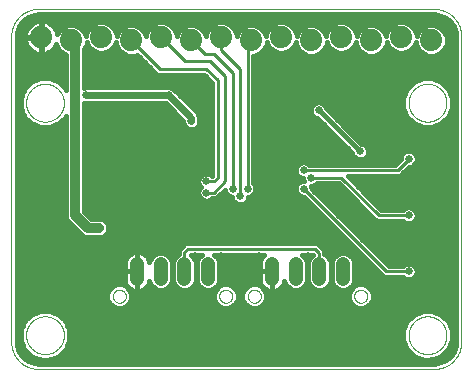
<source format=gbl>
G75*
%MOIN*%
%OFA0B0*%
%FSLAX25Y25*%
%IPPOS*%
%LPD*%
%AMOC8*
5,1,8,0,0,1.08239X$1,22.5*
%
%ADD10C,0.00000*%
%ADD11C,0.04756*%
%ADD12C,0.07400*%
%ADD13C,0.02500*%
%ADD14C,0.01600*%
%ADD15C,0.02400*%
%ADD16C,0.01000*%
%ADD17C,0.03200*%
D10*
X0014550Y0005550D02*
X0146550Y0005550D01*
X0146767Y0005553D01*
X0146985Y0005561D01*
X0147202Y0005574D01*
X0147419Y0005592D01*
X0147635Y0005616D01*
X0147850Y0005644D01*
X0148065Y0005678D01*
X0148279Y0005718D01*
X0148492Y0005762D01*
X0148704Y0005812D01*
X0148914Y0005866D01*
X0149124Y0005926D01*
X0149331Y0005990D01*
X0149537Y0006060D01*
X0149741Y0006135D01*
X0149944Y0006214D01*
X0150144Y0006299D01*
X0150343Y0006388D01*
X0150539Y0006482D01*
X0150733Y0006581D01*
X0150924Y0006684D01*
X0151113Y0006792D01*
X0151299Y0006905D01*
X0151482Y0007022D01*
X0151663Y0007143D01*
X0151840Y0007269D01*
X0152014Y0007399D01*
X0152186Y0007533D01*
X0152354Y0007671D01*
X0152518Y0007813D01*
X0152679Y0007960D01*
X0152837Y0008110D01*
X0152990Y0008263D01*
X0153140Y0008421D01*
X0153287Y0008582D01*
X0153429Y0008746D01*
X0153567Y0008914D01*
X0153701Y0009086D01*
X0153831Y0009260D01*
X0153957Y0009437D01*
X0154078Y0009618D01*
X0154195Y0009801D01*
X0154308Y0009987D01*
X0154416Y0010176D01*
X0154519Y0010367D01*
X0154618Y0010561D01*
X0154712Y0010757D01*
X0154801Y0010956D01*
X0154886Y0011156D01*
X0154965Y0011359D01*
X0155040Y0011563D01*
X0155110Y0011769D01*
X0155174Y0011976D01*
X0155234Y0012186D01*
X0155288Y0012396D01*
X0155338Y0012608D01*
X0155382Y0012821D01*
X0155422Y0013035D01*
X0155456Y0013250D01*
X0155484Y0013465D01*
X0155508Y0013681D01*
X0155526Y0013898D01*
X0155539Y0014115D01*
X0155547Y0014333D01*
X0155550Y0014550D01*
X0155550Y0116550D01*
X0155547Y0116767D01*
X0155539Y0116985D01*
X0155526Y0117202D01*
X0155508Y0117419D01*
X0155484Y0117635D01*
X0155456Y0117850D01*
X0155422Y0118065D01*
X0155382Y0118279D01*
X0155338Y0118492D01*
X0155288Y0118704D01*
X0155234Y0118914D01*
X0155174Y0119124D01*
X0155110Y0119331D01*
X0155040Y0119537D01*
X0154965Y0119741D01*
X0154886Y0119944D01*
X0154801Y0120144D01*
X0154712Y0120343D01*
X0154618Y0120539D01*
X0154519Y0120733D01*
X0154416Y0120924D01*
X0154308Y0121113D01*
X0154195Y0121299D01*
X0154078Y0121482D01*
X0153957Y0121663D01*
X0153831Y0121840D01*
X0153701Y0122014D01*
X0153567Y0122186D01*
X0153429Y0122354D01*
X0153287Y0122518D01*
X0153140Y0122679D01*
X0152990Y0122837D01*
X0152837Y0122990D01*
X0152679Y0123140D01*
X0152518Y0123287D01*
X0152354Y0123429D01*
X0152186Y0123567D01*
X0152014Y0123701D01*
X0151840Y0123831D01*
X0151663Y0123957D01*
X0151482Y0124078D01*
X0151299Y0124195D01*
X0151113Y0124308D01*
X0150924Y0124416D01*
X0150733Y0124519D01*
X0150539Y0124618D01*
X0150343Y0124712D01*
X0150144Y0124801D01*
X0149944Y0124886D01*
X0149741Y0124965D01*
X0149537Y0125040D01*
X0149331Y0125110D01*
X0149124Y0125174D01*
X0148914Y0125234D01*
X0148704Y0125288D01*
X0148492Y0125338D01*
X0148279Y0125382D01*
X0148065Y0125422D01*
X0147850Y0125456D01*
X0147635Y0125484D01*
X0147419Y0125508D01*
X0147202Y0125526D01*
X0146985Y0125539D01*
X0146767Y0125547D01*
X0146550Y0125550D01*
X0014550Y0125550D01*
X0014333Y0125547D01*
X0014115Y0125539D01*
X0013898Y0125526D01*
X0013681Y0125508D01*
X0013465Y0125484D01*
X0013250Y0125456D01*
X0013035Y0125422D01*
X0012821Y0125382D01*
X0012608Y0125338D01*
X0012396Y0125288D01*
X0012186Y0125234D01*
X0011976Y0125174D01*
X0011769Y0125110D01*
X0011563Y0125040D01*
X0011359Y0124965D01*
X0011156Y0124886D01*
X0010956Y0124801D01*
X0010757Y0124712D01*
X0010561Y0124618D01*
X0010367Y0124519D01*
X0010176Y0124416D01*
X0009987Y0124308D01*
X0009801Y0124195D01*
X0009618Y0124078D01*
X0009437Y0123957D01*
X0009260Y0123831D01*
X0009086Y0123701D01*
X0008914Y0123567D01*
X0008746Y0123429D01*
X0008582Y0123287D01*
X0008421Y0123140D01*
X0008263Y0122990D01*
X0008110Y0122837D01*
X0007960Y0122679D01*
X0007813Y0122518D01*
X0007671Y0122354D01*
X0007533Y0122186D01*
X0007399Y0122014D01*
X0007269Y0121840D01*
X0007143Y0121663D01*
X0007022Y0121482D01*
X0006905Y0121299D01*
X0006792Y0121113D01*
X0006684Y0120924D01*
X0006581Y0120733D01*
X0006482Y0120539D01*
X0006388Y0120343D01*
X0006299Y0120144D01*
X0006214Y0119944D01*
X0006135Y0119741D01*
X0006060Y0119537D01*
X0005990Y0119331D01*
X0005926Y0119124D01*
X0005866Y0118914D01*
X0005812Y0118704D01*
X0005762Y0118492D01*
X0005718Y0118279D01*
X0005678Y0118065D01*
X0005644Y0117850D01*
X0005616Y0117635D01*
X0005592Y0117419D01*
X0005574Y0117202D01*
X0005561Y0116985D01*
X0005553Y0116767D01*
X0005550Y0116550D01*
X0005550Y0014550D01*
X0005553Y0014333D01*
X0005561Y0014115D01*
X0005574Y0013898D01*
X0005592Y0013681D01*
X0005616Y0013465D01*
X0005644Y0013250D01*
X0005678Y0013035D01*
X0005718Y0012821D01*
X0005762Y0012608D01*
X0005812Y0012396D01*
X0005866Y0012186D01*
X0005926Y0011976D01*
X0005990Y0011769D01*
X0006060Y0011563D01*
X0006135Y0011359D01*
X0006214Y0011156D01*
X0006299Y0010956D01*
X0006388Y0010757D01*
X0006482Y0010561D01*
X0006581Y0010367D01*
X0006684Y0010176D01*
X0006792Y0009987D01*
X0006905Y0009801D01*
X0007022Y0009618D01*
X0007143Y0009437D01*
X0007269Y0009260D01*
X0007399Y0009086D01*
X0007533Y0008914D01*
X0007671Y0008746D01*
X0007813Y0008582D01*
X0007960Y0008421D01*
X0008110Y0008263D01*
X0008263Y0008110D01*
X0008421Y0007960D01*
X0008582Y0007813D01*
X0008746Y0007671D01*
X0008914Y0007533D01*
X0009086Y0007399D01*
X0009260Y0007269D01*
X0009437Y0007143D01*
X0009618Y0007022D01*
X0009801Y0006905D01*
X0009987Y0006792D01*
X0010176Y0006684D01*
X0010367Y0006581D01*
X0010561Y0006482D01*
X0010757Y0006388D01*
X0010956Y0006299D01*
X0011156Y0006214D01*
X0011359Y0006135D01*
X0011563Y0006060D01*
X0011769Y0005990D01*
X0011976Y0005926D01*
X0012186Y0005866D01*
X0012396Y0005812D01*
X0012608Y0005762D01*
X0012821Y0005718D01*
X0013035Y0005678D01*
X0013250Y0005644D01*
X0013465Y0005616D01*
X0013681Y0005592D01*
X0013898Y0005574D01*
X0014115Y0005561D01*
X0014333Y0005553D01*
X0014550Y0005550D01*
X0010501Y0016800D02*
X0010503Y0016958D01*
X0010509Y0017116D01*
X0010519Y0017274D01*
X0010533Y0017432D01*
X0010551Y0017589D01*
X0010572Y0017746D01*
X0010598Y0017902D01*
X0010628Y0018058D01*
X0010661Y0018213D01*
X0010699Y0018366D01*
X0010740Y0018519D01*
X0010785Y0018671D01*
X0010834Y0018822D01*
X0010887Y0018971D01*
X0010943Y0019119D01*
X0011003Y0019265D01*
X0011067Y0019410D01*
X0011135Y0019553D01*
X0011206Y0019695D01*
X0011280Y0019835D01*
X0011358Y0019972D01*
X0011440Y0020108D01*
X0011524Y0020242D01*
X0011613Y0020373D01*
X0011704Y0020502D01*
X0011799Y0020629D01*
X0011896Y0020754D01*
X0011997Y0020876D01*
X0012101Y0020995D01*
X0012208Y0021112D01*
X0012318Y0021226D01*
X0012431Y0021337D01*
X0012546Y0021446D01*
X0012664Y0021551D01*
X0012785Y0021653D01*
X0012908Y0021753D01*
X0013034Y0021849D01*
X0013162Y0021942D01*
X0013292Y0022032D01*
X0013425Y0022118D01*
X0013560Y0022202D01*
X0013696Y0022281D01*
X0013835Y0022358D01*
X0013976Y0022430D01*
X0014118Y0022500D01*
X0014262Y0022565D01*
X0014408Y0022627D01*
X0014555Y0022685D01*
X0014704Y0022740D01*
X0014854Y0022791D01*
X0015005Y0022838D01*
X0015157Y0022881D01*
X0015310Y0022920D01*
X0015465Y0022956D01*
X0015620Y0022987D01*
X0015776Y0023015D01*
X0015932Y0023039D01*
X0016089Y0023059D01*
X0016247Y0023075D01*
X0016404Y0023087D01*
X0016563Y0023095D01*
X0016721Y0023099D01*
X0016879Y0023099D01*
X0017037Y0023095D01*
X0017196Y0023087D01*
X0017353Y0023075D01*
X0017511Y0023059D01*
X0017668Y0023039D01*
X0017824Y0023015D01*
X0017980Y0022987D01*
X0018135Y0022956D01*
X0018290Y0022920D01*
X0018443Y0022881D01*
X0018595Y0022838D01*
X0018746Y0022791D01*
X0018896Y0022740D01*
X0019045Y0022685D01*
X0019192Y0022627D01*
X0019338Y0022565D01*
X0019482Y0022500D01*
X0019624Y0022430D01*
X0019765Y0022358D01*
X0019904Y0022281D01*
X0020040Y0022202D01*
X0020175Y0022118D01*
X0020308Y0022032D01*
X0020438Y0021942D01*
X0020566Y0021849D01*
X0020692Y0021753D01*
X0020815Y0021653D01*
X0020936Y0021551D01*
X0021054Y0021446D01*
X0021169Y0021337D01*
X0021282Y0021226D01*
X0021392Y0021112D01*
X0021499Y0020995D01*
X0021603Y0020876D01*
X0021704Y0020754D01*
X0021801Y0020629D01*
X0021896Y0020502D01*
X0021987Y0020373D01*
X0022076Y0020242D01*
X0022160Y0020108D01*
X0022242Y0019972D01*
X0022320Y0019835D01*
X0022394Y0019695D01*
X0022465Y0019553D01*
X0022533Y0019410D01*
X0022597Y0019265D01*
X0022657Y0019119D01*
X0022713Y0018971D01*
X0022766Y0018822D01*
X0022815Y0018671D01*
X0022860Y0018519D01*
X0022901Y0018366D01*
X0022939Y0018213D01*
X0022972Y0018058D01*
X0023002Y0017902D01*
X0023028Y0017746D01*
X0023049Y0017589D01*
X0023067Y0017432D01*
X0023081Y0017274D01*
X0023091Y0017116D01*
X0023097Y0016958D01*
X0023099Y0016800D01*
X0023097Y0016642D01*
X0023091Y0016484D01*
X0023081Y0016326D01*
X0023067Y0016168D01*
X0023049Y0016011D01*
X0023028Y0015854D01*
X0023002Y0015698D01*
X0022972Y0015542D01*
X0022939Y0015387D01*
X0022901Y0015234D01*
X0022860Y0015081D01*
X0022815Y0014929D01*
X0022766Y0014778D01*
X0022713Y0014629D01*
X0022657Y0014481D01*
X0022597Y0014335D01*
X0022533Y0014190D01*
X0022465Y0014047D01*
X0022394Y0013905D01*
X0022320Y0013765D01*
X0022242Y0013628D01*
X0022160Y0013492D01*
X0022076Y0013358D01*
X0021987Y0013227D01*
X0021896Y0013098D01*
X0021801Y0012971D01*
X0021704Y0012846D01*
X0021603Y0012724D01*
X0021499Y0012605D01*
X0021392Y0012488D01*
X0021282Y0012374D01*
X0021169Y0012263D01*
X0021054Y0012154D01*
X0020936Y0012049D01*
X0020815Y0011947D01*
X0020692Y0011847D01*
X0020566Y0011751D01*
X0020438Y0011658D01*
X0020308Y0011568D01*
X0020175Y0011482D01*
X0020040Y0011398D01*
X0019904Y0011319D01*
X0019765Y0011242D01*
X0019624Y0011170D01*
X0019482Y0011100D01*
X0019338Y0011035D01*
X0019192Y0010973D01*
X0019045Y0010915D01*
X0018896Y0010860D01*
X0018746Y0010809D01*
X0018595Y0010762D01*
X0018443Y0010719D01*
X0018290Y0010680D01*
X0018135Y0010644D01*
X0017980Y0010613D01*
X0017824Y0010585D01*
X0017668Y0010561D01*
X0017511Y0010541D01*
X0017353Y0010525D01*
X0017196Y0010513D01*
X0017037Y0010505D01*
X0016879Y0010501D01*
X0016721Y0010501D01*
X0016563Y0010505D01*
X0016404Y0010513D01*
X0016247Y0010525D01*
X0016089Y0010541D01*
X0015932Y0010561D01*
X0015776Y0010585D01*
X0015620Y0010613D01*
X0015465Y0010644D01*
X0015310Y0010680D01*
X0015157Y0010719D01*
X0015005Y0010762D01*
X0014854Y0010809D01*
X0014704Y0010860D01*
X0014555Y0010915D01*
X0014408Y0010973D01*
X0014262Y0011035D01*
X0014118Y0011100D01*
X0013976Y0011170D01*
X0013835Y0011242D01*
X0013696Y0011319D01*
X0013560Y0011398D01*
X0013425Y0011482D01*
X0013292Y0011568D01*
X0013162Y0011658D01*
X0013034Y0011751D01*
X0012908Y0011847D01*
X0012785Y0011947D01*
X0012664Y0012049D01*
X0012546Y0012154D01*
X0012431Y0012263D01*
X0012318Y0012374D01*
X0012208Y0012488D01*
X0012101Y0012605D01*
X0011997Y0012724D01*
X0011896Y0012846D01*
X0011799Y0012971D01*
X0011704Y0013098D01*
X0011613Y0013227D01*
X0011524Y0013358D01*
X0011440Y0013492D01*
X0011358Y0013628D01*
X0011280Y0013765D01*
X0011206Y0013905D01*
X0011135Y0014047D01*
X0011067Y0014190D01*
X0011003Y0014335D01*
X0010943Y0014481D01*
X0010887Y0014629D01*
X0010834Y0014778D01*
X0010785Y0014929D01*
X0010740Y0015081D01*
X0010699Y0015234D01*
X0010661Y0015387D01*
X0010628Y0015542D01*
X0010598Y0015698D01*
X0010572Y0015854D01*
X0010551Y0016011D01*
X0010533Y0016168D01*
X0010519Y0016326D01*
X0010509Y0016484D01*
X0010503Y0016642D01*
X0010501Y0016800D01*
X0039418Y0029782D02*
X0039420Y0029875D01*
X0039426Y0029967D01*
X0039436Y0030059D01*
X0039450Y0030150D01*
X0039467Y0030241D01*
X0039489Y0030331D01*
X0039514Y0030420D01*
X0039543Y0030508D01*
X0039576Y0030594D01*
X0039613Y0030679D01*
X0039653Y0030763D01*
X0039697Y0030844D01*
X0039744Y0030924D01*
X0039794Y0031002D01*
X0039848Y0031077D01*
X0039905Y0031150D01*
X0039965Y0031220D01*
X0040028Y0031288D01*
X0040094Y0031353D01*
X0040162Y0031415D01*
X0040233Y0031475D01*
X0040307Y0031531D01*
X0040383Y0031584D01*
X0040461Y0031633D01*
X0040541Y0031680D01*
X0040623Y0031722D01*
X0040707Y0031762D01*
X0040792Y0031797D01*
X0040879Y0031829D01*
X0040967Y0031858D01*
X0041056Y0031882D01*
X0041146Y0031903D01*
X0041237Y0031919D01*
X0041329Y0031932D01*
X0041421Y0031941D01*
X0041514Y0031946D01*
X0041606Y0031947D01*
X0041699Y0031944D01*
X0041791Y0031937D01*
X0041883Y0031926D01*
X0041974Y0031911D01*
X0042065Y0031893D01*
X0042155Y0031870D01*
X0042243Y0031844D01*
X0042331Y0031814D01*
X0042417Y0031780D01*
X0042501Y0031743D01*
X0042584Y0031701D01*
X0042665Y0031657D01*
X0042745Y0031609D01*
X0042822Y0031558D01*
X0042896Y0031503D01*
X0042969Y0031445D01*
X0043039Y0031385D01*
X0043106Y0031321D01*
X0043170Y0031255D01*
X0043232Y0031185D01*
X0043290Y0031114D01*
X0043345Y0031040D01*
X0043397Y0030963D01*
X0043446Y0030884D01*
X0043492Y0030804D01*
X0043534Y0030721D01*
X0043572Y0030637D01*
X0043607Y0030551D01*
X0043638Y0030464D01*
X0043665Y0030376D01*
X0043688Y0030286D01*
X0043708Y0030196D01*
X0043724Y0030105D01*
X0043736Y0030013D01*
X0043744Y0029921D01*
X0043748Y0029828D01*
X0043748Y0029736D01*
X0043744Y0029643D01*
X0043736Y0029551D01*
X0043724Y0029459D01*
X0043708Y0029368D01*
X0043688Y0029278D01*
X0043665Y0029188D01*
X0043638Y0029100D01*
X0043607Y0029013D01*
X0043572Y0028927D01*
X0043534Y0028843D01*
X0043492Y0028760D01*
X0043446Y0028680D01*
X0043397Y0028601D01*
X0043345Y0028524D01*
X0043290Y0028450D01*
X0043232Y0028379D01*
X0043170Y0028309D01*
X0043106Y0028243D01*
X0043039Y0028179D01*
X0042969Y0028119D01*
X0042896Y0028061D01*
X0042822Y0028006D01*
X0042745Y0027955D01*
X0042666Y0027907D01*
X0042584Y0027863D01*
X0042501Y0027821D01*
X0042417Y0027784D01*
X0042331Y0027750D01*
X0042243Y0027720D01*
X0042155Y0027694D01*
X0042065Y0027671D01*
X0041974Y0027653D01*
X0041883Y0027638D01*
X0041791Y0027627D01*
X0041699Y0027620D01*
X0041606Y0027617D01*
X0041514Y0027618D01*
X0041421Y0027623D01*
X0041329Y0027632D01*
X0041237Y0027645D01*
X0041146Y0027661D01*
X0041056Y0027682D01*
X0040967Y0027706D01*
X0040879Y0027735D01*
X0040792Y0027767D01*
X0040707Y0027802D01*
X0040623Y0027842D01*
X0040541Y0027884D01*
X0040461Y0027931D01*
X0040383Y0027980D01*
X0040307Y0028033D01*
X0040233Y0028089D01*
X0040162Y0028149D01*
X0040094Y0028211D01*
X0040028Y0028276D01*
X0039965Y0028344D01*
X0039905Y0028414D01*
X0039848Y0028487D01*
X0039794Y0028562D01*
X0039744Y0028640D01*
X0039697Y0028720D01*
X0039653Y0028801D01*
X0039613Y0028885D01*
X0039576Y0028970D01*
X0039543Y0029056D01*
X0039514Y0029144D01*
X0039489Y0029233D01*
X0039467Y0029323D01*
X0039450Y0029414D01*
X0039436Y0029505D01*
X0039426Y0029597D01*
X0039420Y0029689D01*
X0039418Y0029782D01*
X0074852Y0029782D02*
X0074854Y0029875D01*
X0074860Y0029967D01*
X0074870Y0030059D01*
X0074884Y0030150D01*
X0074901Y0030241D01*
X0074923Y0030331D01*
X0074948Y0030420D01*
X0074977Y0030508D01*
X0075010Y0030594D01*
X0075047Y0030679D01*
X0075087Y0030763D01*
X0075131Y0030844D01*
X0075178Y0030924D01*
X0075228Y0031002D01*
X0075282Y0031077D01*
X0075339Y0031150D01*
X0075399Y0031220D01*
X0075462Y0031288D01*
X0075528Y0031353D01*
X0075596Y0031415D01*
X0075667Y0031475D01*
X0075741Y0031531D01*
X0075817Y0031584D01*
X0075895Y0031633D01*
X0075975Y0031680D01*
X0076057Y0031722D01*
X0076141Y0031762D01*
X0076226Y0031797D01*
X0076313Y0031829D01*
X0076401Y0031858D01*
X0076490Y0031882D01*
X0076580Y0031903D01*
X0076671Y0031919D01*
X0076763Y0031932D01*
X0076855Y0031941D01*
X0076948Y0031946D01*
X0077040Y0031947D01*
X0077133Y0031944D01*
X0077225Y0031937D01*
X0077317Y0031926D01*
X0077408Y0031911D01*
X0077499Y0031893D01*
X0077589Y0031870D01*
X0077677Y0031844D01*
X0077765Y0031814D01*
X0077851Y0031780D01*
X0077935Y0031743D01*
X0078018Y0031701D01*
X0078099Y0031657D01*
X0078179Y0031609D01*
X0078256Y0031558D01*
X0078330Y0031503D01*
X0078403Y0031445D01*
X0078473Y0031385D01*
X0078540Y0031321D01*
X0078604Y0031255D01*
X0078666Y0031185D01*
X0078724Y0031114D01*
X0078779Y0031040D01*
X0078831Y0030963D01*
X0078880Y0030884D01*
X0078926Y0030804D01*
X0078968Y0030721D01*
X0079006Y0030637D01*
X0079041Y0030551D01*
X0079072Y0030464D01*
X0079099Y0030376D01*
X0079122Y0030286D01*
X0079142Y0030196D01*
X0079158Y0030105D01*
X0079170Y0030013D01*
X0079178Y0029921D01*
X0079182Y0029828D01*
X0079182Y0029736D01*
X0079178Y0029643D01*
X0079170Y0029551D01*
X0079158Y0029459D01*
X0079142Y0029368D01*
X0079122Y0029278D01*
X0079099Y0029188D01*
X0079072Y0029100D01*
X0079041Y0029013D01*
X0079006Y0028927D01*
X0078968Y0028843D01*
X0078926Y0028760D01*
X0078880Y0028680D01*
X0078831Y0028601D01*
X0078779Y0028524D01*
X0078724Y0028450D01*
X0078666Y0028379D01*
X0078604Y0028309D01*
X0078540Y0028243D01*
X0078473Y0028179D01*
X0078403Y0028119D01*
X0078330Y0028061D01*
X0078256Y0028006D01*
X0078179Y0027955D01*
X0078100Y0027907D01*
X0078018Y0027863D01*
X0077935Y0027821D01*
X0077851Y0027784D01*
X0077765Y0027750D01*
X0077677Y0027720D01*
X0077589Y0027694D01*
X0077499Y0027671D01*
X0077408Y0027653D01*
X0077317Y0027638D01*
X0077225Y0027627D01*
X0077133Y0027620D01*
X0077040Y0027617D01*
X0076948Y0027618D01*
X0076855Y0027623D01*
X0076763Y0027632D01*
X0076671Y0027645D01*
X0076580Y0027661D01*
X0076490Y0027682D01*
X0076401Y0027706D01*
X0076313Y0027735D01*
X0076226Y0027767D01*
X0076141Y0027802D01*
X0076057Y0027842D01*
X0075975Y0027884D01*
X0075895Y0027931D01*
X0075817Y0027980D01*
X0075741Y0028033D01*
X0075667Y0028089D01*
X0075596Y0028149D01*
X0075528Y0028211D01*
X0075462Y0028276D01*
X0075399Y0028344D01*
X0075339Y0028414D01*
X0075282Y0028487D01*
X0075228Y0028562D01*
X0075178Y0028640D01*
X0075131Y0028720D01*
X0075087Y0028801D01*
X0075047Y0028885D01*
X0075010Y0028970D01*
X0074977Y0029056D01*
X0074948Y0029144D01*
X0074923Y0029233D01*
X0074901Y0029323D01*
X0074884Y0029414D01*
X0074870Y0029505D01*
X0074860Y0029597D01*
X0074854Y0029689D01*
X0074852Y0029782D01*
X0084418Y0029782D02*
X0084420Y0029875D01*
X0084426Y0029967D01*
X0084436Y0030059D01*
X0084450Y0030150D01*
X0084467Y0030241D01*
X0084489Y0030331D01*
X0084514Y0030420D01*
X0084543Y0030508D01*
X0084576Y0030594D01*
X0084613Y0030679D01*
X0084653Y0030763D01*
X0084697Y0030844D01*
X0084744Y0030924D01*
X0084794Y0031002D01*
X0084848Y0031077D01*
X0084905Y0031150D01*
X0084965Y0031220D01*
X0085028Y0031288D01*
X0085094Y0031353D01*
X0085162Y0031415D01*
X0085233Y0031475D01*
X0085307Y0031531D01*
X0085383Y0031584D01*
X0085461Y0031633D01*
X0085541Y0031680D01*
X0085623Y0031722D01*
X0085707Y0031762D01*
X0085792Y0031797D01*
X0085879Y0031829D01*
X0085967Y0031858D01*
X0086056Y0031882D01*
X0086146Y0031903D01*
X0086237Y0031919D01*
X0086329Y0031932D01*
X0086421Y0031941D01*
X0086514Y0031946D01*
X0086606Y0031947D01*
X0086699Y0031944D01*
X0086791Y0031937D01*
X0086883Y0031926D01*
X0086974Y0031911D01*
X0087065Y0031893D01*
X0087155Y0031870D01*
X0087243Y0031844D01*
X0087331Y0031814D01*
X0087417Y0031780D01*
X0087501Y0031743D01*
X0087584Y0031701D01*
X0087665Y0031657D01*
X0087745Y0031609D01*
X0087822Y0031558D01*
X0087896Y0031503D01*
X0087969Y0031445D01*
X0088039Y0031385D01*
X0088106Y0031321D01*
X0088170Y0031255D01*
X0088232Y0031185D01*
X0088290Y0031114D01*
X0088345Y0031040D01*
X0088397Y0030963D01*
X0088446Y0030884D01*
X0088492Y0030804D01*
X0088534Y0030721D01*
X0088572Y0030637D01*
X0088607Y0030551D01*
X0088638Y0030464D01*
X0088665Y0030376D01*
X0088688Y0030286D01*
X0088708Y0030196D01*
X0088724Y0030105D01*
X0088736Y0030013D01*
X0088744Y0029921D01*
X0088748Y0029828D01*
X0088748Y0029736D01*
X0088744Y0029643D01*
X0088736Y0029551D01*
X0088724Y0029459D01*
X0088708Y0029368D01*
X0088688Y0029278D01*
X0088665Y0029188D01*
X0088638Y0029100D01*
X0088607Y0029013D01*
X0088572Y0028927D01*
X0088534Y0028843D01*
X0088492Y0028760D01*
X0088446Y0028680D01*
X0088397Y0028601D01*
X0088345Y0028524D01*
X0088290Y0028450D01*
X0088232Y0028379D01*
X0088170Y0028309D01*
X0088106Y0028243D01*
X0088039Y0028179D01*
X0087969Y0028119D01*
X0087896Y0028061D01*
X0087822Y0028006D01*
X0087745Y0027955D01*
X0087666Y0027907D01*
X0087584Y0027863D01*
X0087501Y0027821D01*
X0087417Y0027784D01*
X0087331Y0027750D01*
X0087243Y0027720D01*
X0087155Y0027694D01*
X0087065Y0027671D01*
X0086974Y0027653D01*
X0086883Y0027638D01*
X0086791Y0027627D01*
X0086699Y0027620D01*
X0086606Y0027617D01*
X0086514Y0027618D01*
X0086421Y0027623D01*
X0086329Y0027632D01*
X0086237Y0027645D01*
X0086146Y0027661D01*
X0086056Y0027682D01*
X0085967Y0027706D01*
X0085879Y0027735D01*
X0085792Y0027767D01*
X0085707Y0027802D01*
X0085623Y0027842D01*
X0085541Y0027884D01*
X0085461Y0027931D01*
X0085383Y0027980D01*
X0085307Y0028033D01*
X0085233Y0028089D01*
X0085162Y0028149D01*
X0085094Y0028211D01*
X0085028Y0028276D01*
X0084965Y0028344D01*
X0084905Y0028414D01*
X0084848Y0028487D01*
X0084794Y0028562D01*
X0084744Y0028640D01*
X0084697Y0028720D01*
X0084653Y0028801D01*
X0084613Y0028885D01*
X0084576Y0028970D01*
X0084543Y0029056D01*
X0084514Y0029144D01*
X0084489Y0029233D01*
X0084467Y0029323D01*
X0084450Y0029414D01*
X0084436Y0029505D01*
X0084426Y0029597D01*
X0084420Y0029689D01*
X0084418Y0029782D01*
X0119852Y0029782D02*
X0119854Y0029875D01*
X0119860Y0029967D01*
X0119870Y0030059D01*
X0119884Y0030150D01*
X0119901Y0030241D01*
X0119923Y0030331D01*
X0119948Y0030420D01*
X0119977Y0030508D01*
X0120010Y0030594D01*
X0120047Y0030679D01*
X0120087Y0030763D01*
X0120131Y0030844D01*
X0120178Y0030924D01*
X0120228Y0031002D01*
X0120282Y0031077D01*
X0120339Y0031150D01*
X0120399Y0031220D01*
X0120462Y0031288D01*
X0120528Y0031353D01*
X0120596Y0031415D01*
X0120667Y0031475D01*
X0120741Y0031531D01*
X0120817Y0031584D01*
X0120895Y0031633D01*
X0120975Y0031680D01*
X0121057Y0031722D01*
X0121141Y0031762D01*
X0121226Y0031797D01*
X0121313Y0031829D01*
X0121401Y0031858D01*
X0121490Y0031882D01*
X0121580Y0031903D01*
X0121671Y0031919D01*
X0121763Y0031932D01*
X0121855Y0031941D01*
X0121948Y0031946D01*
X0122040Y0031947D01*
X0122133Y0031944D01*
X0122225Y0031937D01*
X0122317Y0031926D01*
X0122408Y0031911D01*
X0122499Y0031893D01*
X0122589Y0031870D01*
X0122677Y0031844D01*
X0122765Y0031814D01*
X0122851Y0031780D01*
X0122935Y0031743D01*
X0123018Y0031701D01*
X0123099Y0031657D01*
X0123179Y0031609D01*
X0123256Y0031558D01*
X0123330Y0031503D01*
X0123403Y0031445D01*
X0123473Y0031385D01*
X0123540Y0031321D01*
X0123604Y0031255D01*
X0123666Y0031185D01*
X0123724Y0031114D01*
X0123779Y0031040D01*
X0123831Y0030963D01*
X0123880Y0030884D01*
X0123926Y0030804D01*
X0123968Y0030721D01*
X0124006Y0030637D01*
X0124041Y0030551D01*
X0124072Y0030464D01*
X0124099Y0030376D01*
X0124122Y0030286D01*
X0124142Y0030196D01*
X0124158Y0030105D01*
X0124170Y0030013D01*
X0124178Y0029921D01*
X0124182Y0029828D01*
X0124182Y0029736D01*
X0124178Y0029643D01*
X0124170Y0029551D01*
X0124158Y0029459D01*
X0124142Y0029368D01*
X0124122Y0029278D01*
X0124099Y0029188D01*
X0124072Y0029100D01*
X0124041Y0029013D01*
X0124006Y0028927D01*
X0123968Y0028843D01*
X0123926Y0028760D01*
X0123880Y0028680D01*
X0123831Y0028601D01*
X0123779Y0028524D01*
X0123724Y0028450D01*
X0123666Y0028379D01*
X0123604Y0028309D01*
X0123540Y0028243D01*
X0123473Y0028179D01*
X0123403Y0028119D01*
X0123330Y0028061D01*
X0123256Y0028006D01*
X0123179Y0027955D01*
X0123100Y0027907D01*
X0123018Y0027863D01*
X0122935Y0027821D01*
X0122851Y0027784D01*
X0122765Y0027750D01*
X0122677Y0027720D01*
X0122589Y0027694D01*
X0122499Y0027671D01*
X0122408Y0027653D01*
X0122317Y0027638D01*
X0122225Y0027627D01*
X0122133Y0027620D01*
X0122040Y0027617D01*
X0121948Y0027618D01*
X0121855Y0027623D01*
X0121763Y0027632D01*
X0121671Y0027645D01*
X0121580Y0027661D01*
X0121490Y0027682D01*
X0121401Y0027706D01*
X0121313Y0027735D01*
X0121226Y0027767D01*
X0121141Y0027802D01*
X0121057Y0027842D01*
X0120975Y0027884D01*
X0120895Y0027931D01*
X0120817Y0027980D01*
X0120741Y0028033D01*
X0120667Y0028089D01*
X0120596Y0028149D01*
X0120528Y0028211D01*
X0120462Y0028276D01*
X0120399Y0028344D01*
X0120339Y0028414D01*
X0120282Y0028487D01*
X0120228Y0028562D01*
X0120178Y0028640D01*
X0120131Y0028720D01*
X0120087Y0028801D01*
X0120047Y0028885D01*
X0120010Y0028970D01*
X0119977Y0029056D01*
X0119948Y0029144D01*
X0119923Y0029233D01*
X0119901Y0029323D01*
X0119884Y0029414D01*
X0119870Y0029505D01*
X0119860Y0029597D01*
X0119854Y0029689D01*
X0119852Y0029782D01*
X0138001Y0016800D02*
X0138003Y0016958D01*
X0138009Y0017116D01*
X0138019Y0017274D01*
X0138033Y0017432D01*
X0138051Y0017589D01*
X0138072Y0017746D01*
X0138098Y0017902D01*
X0138128Y0018058D01*
X0138161Y0018213D01*
X0138199Y0018366D01*
X0138240Y0018519D01*
X0138285Y0018671D01*
X0138334Y0018822D01*
X0138387Y0018971D01*
X0138443Y0019119D01*
X0138503Y0019265D01*
X0138567Y0019410D01*
X0138635Y0019553D01*
X0138706Y0019695D01*
X0138780Y0019835D01*
X0138858Y0019972D01*
X0138940Y0020108D01*
X0139024Y0020242D01*
X0139113Y0020373D01*
X0139204Y0020502D01*
X0139299Y0020629D01*
X0139396Y0020754D01*
X0139497Y0020876D01*
X0139601Y0020995D01*
X0139708Y0021112D01*
X0139818Y0021226D01*
X0139931Y0021337D01*
X0140046Y0021446D01*
X0140164Y0021551D01*
X0140285Y0021653D01*
X0140408Y0021753D01*
X0140534Y0021849D01*
X0140662Y0021942D01*
X0140792Y0022032D01*
X0140925Y0022118D01*
X0141060Y0022202D01*
X0141196Y0022281D01*
X0141335Y0022358D01*
X0141476Y0022430D01*
X0141618Y0022500D01*
X0141762Y0022565D01*
X0141908Y0022627D01*
X0142055Y0022685D01*
X0142204Y0022740D01*
X0142354Y0022791D01*
X0142505Y0022838D01*
X0142657Y0022881D01*
X0142810Y0022920D01*
X0142965Y0022956D01*
X0143120Y0022987D01*
X0143276Y0023015D01*
X0143432Y0023039D01*
X0143589Y0023059D01*
X0143747Y0023075D01*
X0143904Y0023087D01*
X0144063Y0023095D01*
X0144221Y0023099D01*
X0144379Y0023099D01*
X0144537Y0023095D01*
X0144696Y0023087D01*
X0144853Y0023075D01*
X0145011Y0023059D01*
X0145168Y0023039D01*
X0145324Y0023015D01*
X0145480Y0022987D01*
X0145635Y0022956D01*
X0145790Y0022920D01*
X0145943Y0022881D01*
X0146095Y0022838D01*
X0146246Y0022791D01*
X0146396Y0022740D01*
X0146545Y0022685D01*
X0146692Y0022627D01*
X0146838Y0022565D01*
X0146982Y0022500D01*
X0147124Y0022430D01*
X0147265Y0022358D01*
X0147404Y0022281D01*
X0147540Y0022202D01*
X0147675Y0022118D01*
X0147808Y0022032D01*
X0147938Y0021942D01*
X0148066Y0021849D01*
X0148192Y0021753D01*
X0148315Y0021653D01*
X0148436Y0021551D01*
X0148554Y0021446D01*
X0148669Y0021337D01*
X0148782Y0021226D01*
X0148892Y0021112D01*
X0148999Y0020995D01*
X0149103Y0020876D01*
X0149204Y0020754D01*
X0149301Y0020629D01*
X0149396Y0020502D01*
X0149487Y0020373D01*
X0149576Y0020242D01*
X0149660Y0020108D01*
X0149742Y0019972D01*
X0149820Y0019835D01*
X0149894Y0019695D01*
X0149965Y0019553D01*
X0150033Y0019410D01*
X0150097Y0019265D01*
X0150157Y0019119D01*
X0150213Y0018971D01*
X0150266Y0018822D01*
X0150315Y0018671D01*
X0150360Y0018519D01*
X0150401Y0018366D01*
X0150439Y0018213D01*
X0150472Y0018058D01*
X0150502Y0017902D01*
X0150528Y0017746D01*
X0150549Y0017589D01*
X0150567Y0017432D01*
X0150581Y0017274D01*
X0150591Y0017116D01*
X0150597Y0016958D01*
X0150599Y0016800D01*
X0150597Y0016642D01*
X0150591Y0016484D01*
X0150581Y0016326D01*
X0150567Y0016168D01*
X0150549Y0016011D01*
X0150528Y0015854D01*
X0150502Y0015698D01*
X0150472Y0015542D01*
X0150439Y0015387D01*
X0150401Y0015234D01*
X0150360Y0015081D01*
X0150315Y0014929D01*
X0150266Y0014778D01*
X0150213Y0014629D01*
X0150157Y0014481D01*
X0150097Y0014335D01*
X0150033Y0014190D01*
X0149965Y0014047D01*
X0149894Y0013905D01*
X0149820Y0013765D01*
X0149742Y0013628D01*
X0149660Y0013492D01*
X0149576Y0013358D01*
X0149487Y0013227D01*
X0149396Y0013098D01*
X0149301Y0012971D01*
X0149204Y0012846D01*
X0149103Y0012724D01*
X0148999Y0012605D01*
X0148892Y0012488D01*
X0148782Y0012374D01*
X0148669Y0012263D01*
X0148554Y0012154D01*
X0148436Y0012049D01*
X0148315Y0011947D01*
X0148192Y0011847D01*
X0148066Y0011751D01*
X0147938Y0011658D01*
X0147808Y0011568D01*
X0147675Y0011482D01*
X0147540Y0011398D01*
X0147404Y0011319D01*
X0147265Y0011242D01*
X0147124Y0011170D01*
X0146982Y0011100D01*
X0146838Y0011035D01*
X0146692Y0010973D01*
X0146545Y0010915D01*
X0146396Y0010860D01*
X0146246Y0010809D01*
X0146095Y0010762D01*
X0145943Y0010719D01*
X0145790Y0010680D01*
X0145635Y0010644D01*
X0145480Y0010613D01*
X0145324Y0010585D01*
X0145168Y0010561D01*
X0145011Y0010541D01*
X0144853Y0010525D01*
X0144696Y0010513D01*
X0144537Y0010505D01*
X0144379Y0010501D01*
X0144221Y0010501D01*
X0144063Y0010505D01*
X0143904Y0010513D01*
X0143747Y0010525D01*
X0143589Y0010541D01*
X0143432Y0010561D01*
X0143276Y0010585D01*
X0143120Y0010613D01*
X0142965Y0010644D01*
X0142810Y0010680D01*
X0142657Y0010719D01*
X0142505Y0010762D01*
X0142354Y0010809D01*
X0142204Y0010860D01*
X0142055Y0010915D01*
X0141908Y0010973D01*
X0141762Y0011035D01*
X0141618Y0011100D01*
X0141476Y0011170D01*
X0141335Y0011242D01*
X0141196Y0011319D01*
X0141060Y0011398D01*
X0140925Y0011482D01*
X0140792Y0011568D01*
X0140662Y0011658D01*
X0140534Y0011751D01*
X0140408Y0011847D01*
X0140285Y0011947D01*
X0140164Y0012049D01*
X0140046Y0012154D01*
X0139931Y0012263D01*
X0139818Y0012374D01*
X0139708Y0012488D01*
X0139601Y0012605D01*
X0139497Y0012724D01*
X0139396Y0012846D01*
X0139299Y0012971D01*
X0139204Y0013098D01*
X0139113Y0013227D01*
X0139024Y0013358D01*
X0138940Y0013492D01*
X0138858Y0013628D01*
X0138780Y0013765D01*
X0138706Y0013905D01*
X0138635Y0014047D01*
X0138567Y0014190D01*
X0138503Y0014335D01*
X0138443Y0014481D01*
X0138387Y0014629D01*
X0138334Y0014778D01*
X0138285Y0014929D01*
X0138240Y0015081D01*
X0138199Y0015234D01*
X0138161Y0015387D01*
X0138128Y0015542D01*
X0138098Y0015698D01*
X0138072Y0015854D01*
X0138051Y0016011D01*
X0138033Y0016168D01*
X0138019Y0016326D01*
X0138009Y0016484D01*
X0138003Y0016642D01*
X0138001Y0016800D01*
X0138001Y0094300D02*
X0138003Y0094458D01*
X0138009Y0094616D01*
X0138019Y0094774D01*
X0138033Y0094932D01*
X0138051Y0095089D01*
X0138072Y0095246D01*
X0138098Y0095402D01*
X0138128Y0095558D01*
X0138161Y0095713D01*
X0138199Y0095866D01*
X0138240Y0096019D01*
X0138285Y0096171D01*
X0138334Y0096322D01*
X0138387Y0096471D01*
X0138443Y0096619D01*
X0138503Y0096765D01*
X0138567Y0096910D01*
X0138635Y0097053D01*
X0138706Y0097195D01*
X0138780Y0097335D01*
X0138858Y0097472D01*
X0138940Y0097608D01*
X0139024Y0097742D01*
X0139113Y0097873D01*
X0139204Y0098002D01*
X0139299Y0098129D01*
X0139396Y0098254D01*
X0139497Y0098376D01*
X0139601Y0098495D01*
X0139708Y0098612D01*
X0139818Y0098726D01*
X0139931Y0098837D01*
X0140046Y0098946D01*
X0140164Y0099051D01*
X0140285Y0099153D01*
X0140408Y0099253D01*
X0140534Y0099349D01*
X0140662Y0099442D01*
X0140792Y0099532D01*
X0140925Y0099618D01*
X0141060Y0099702D01*
X0141196Y0099781D01*
X0141335Y0099858D01*
X0141476Y0099930D01*
X0141618Y0100000D01*
X0141762Y0100065D01*
X0141908Y0100127D01*
X0142055Y0100185D01*
X0142204Y0100240D01*
X0142354Y0100291D01*
X0142505Y0100338D01*
X0142657Y0100381D01*
X0142810Y0100420D01*
X0142965Y0100456D01*
X0143120Y0100487D01*
X0143276Y0100515D01*
X0143432Y0100539D01*
X0143589Y0100559D01*
X0143747Y0100575D01*
X0143904Y0100587D01*
X0144063Y0100595D01*
X0144221Y0100599D01*
X0144379Y0100599D01*
X0144537Y0100595D01*
X0144696Y0100587D01*
X0144853Y0100575D01*
X0145011Y0100559D01*
X0145168Y0100539D01*
X0145324Y0100515D01*
X0145480Y0100487D01*
X0145635Y0100456D01*
X0145790Y0100420D01*
X0145943Y0100381D01*
X0146095Y0100338D01*
X0146246Y0100291D01*
X0146396Y0100240D01*
X0146545Y0100185D01*
X0146692Y0100127D01*
X0146838Y0100065D01*
X0146982Y0100000D01*
X0147124Y0099930D01*
X0147265Y0099858D01*
X0147404Y0099781D01*
X0147540Y0099702D01*
X0147675Y0099618D01*
X0147808Y0099532D01*
X0147938Y0099442D01*
X0148066Y0099349D01*
X0148192Y0099253D01*
X0148315Y0099153D01*
X0148436Y0099051D01*
X0148554Y0098946D01*
X0148669Y0098837D01*
X0148782Y0098726D01*
X0148892Y0098612D01*
X0148999Y0098495D01*
X0149103Y0098376D01*
X0149204Y0098254D01*
X0149301Y0098129D01*
X0149396Y0098002D01*
X0149487Y0097873D01*
X0149576Y0097742D01*
X0149660Y0097608D01*
X0149742Y0097472D01*
X0149820Y0097335D01*
X0149894Y0097195D01*
X0149965Y0097053D01*
X0150033Y0096910D01*
X0150097Y0096765D01*
X0150157Y0096619D01*
X0150213Y0096471D01*
X0150266Y0096322D01*
X0150315Y0096171D01*
X0150360Y0096019D01*
X0150401Y0095866D01*
X0150439Y0095713D01*
X0150472Y0095558D01*
X0150502Y0095402D01*
X0150528Y0095246D01*
X0150549Y0095089D01*
X0150567Y0094932D01*
X0150581Y0094774D01*
X0150591Y0094616D01*
X0150597Y0094458D01*
X0150599Y0094300D01*
X0150597Y0094142D01*
X0150591Y0093984D01*
X0150581Y0093826D01*
X0150567Y0093668D01*
X0150549Y0093511D01*
X0150528Y0093354D01*
X0150502Y0093198D01*
X0150472Y0093042D01*
X0150439Y0092887D01*
X0150401Y0092734D01*
X0150360Y0092581D01*
X0150315Y0092429D01*
X0150266Y0092278D01*
X0150213Y0092129D01*
X0150157Y0091981D01*
X0150097Y0091835D01*
X0150033Y0091690D01*
X0149965Y0091547D01*
X0149894Y0091405D01*
X0149820Y0091265D01*
X0149742Y0091128D01*
X0149660Y0090992D01*
X0149576Y0090858D01*
X0149487Y0090727D01*
X0149396Y0090598D01*
X0149301Y0090471D01*
X0149204Y0090346D01*
X0149103Y0090224D01*
X0148999Y0090105D01*
X0148892Y0089988D01*
X0148782Y0089874D01*
X0148669Y0089763D01*
X0148554Y0089654D01*
X0148436Y0089549D01*
X0148315Y0089447D01*
X0148192Y0089347D01*
X0148066Y0089251D01*
X0147938Y0089158D01*
X0147808Y0089068D01*
X0147675Y0088982D01*
X0147540Y0088898D01*
X0147404Y0088819D01*
X0147265Y0088742D01*
X0147124Y0088670D01*
X0146982Y0088600D01*
X0146838Y0088535D01*
X0146692Y0088473D01*
X0146545Y0088415D01*
X0146396Y0088360D01*
X0146246Y0088309D01*
X0146095Y0088262D01*
X0145943Y0088219D01*
X0145790Y0088180D01*
X0145635Y0088144D01*
X0145480Y0088113D01*
X0145324Y0088085D01*
X0145168Y0088061D01*
X0145011Y0088041D01*
X0144853Y0088025D01*
X0144696Y0088013D01*
X0144537Y0088005D01*
X0144379Y0088001D01*
X0144221Y0088001D01*
X0144063Y0088005D01*
X0143904Y0088013D01*
X0143747Y0088025D01*
X0143589Y0088041D01*
X0143432Y0088061D01*
X0143276Y0088085D01*
X0143120Y0088113D01*
X0142965Y0088144D01*
X0142810Y0088180D01*
X0142657Y0088219D01*
X0142505Y0088262D01*
X0142354Y0088309D01*
X0142204Y0088360D01*
X0142055Y0088415D01*
X0141908Y0088473D01*
X0141762Y0088535D01*
X0141618Y0088600D01*
X0141476Y0088670D01*
X0141335Y0088742D01*
X0141196Y0088819D01*
X0141060Y0088898D01*
X0140925Y0088982D01*
X0140792Y0089068D01*
X0140662Y0089158D01*
X0140534Y0089251D01*
X0140408Y0089347D01*
X0140285Y0089447D01*
X0140164Y0089549D01*
X0140046Y0089654D01*
X0139931Y0089763D01*
X0139818Y0089874D01*
X0139708Y0089988D01*
X0139601Y0090105D01*
X0139497Y0090224D01*
X0139396Y0090346D01*
X0139299Y0090471D01*
X0139204Y0090598D01*
X0139113Y0090727D01*
X0139024Y0090858D01*
X0138940Y0090992D01*
X0138858Y0091128D01*
X0138780Y0091265D01*
X0138706Y0091405D01*
X0138635Y0091547D01*
X0138567Y0091690D01*
X0138503Y0091835D01*
X0138443Y0091981D01*
X0138387Y0092129D01*
X0138334Y0092278D01*
X0138285Y0092429D01*
X0138240Y0092581D01*
X0138199Y0092734D01*
X0138161Y0092887D01*
X0138128Y0093042D01*
X0138098Y0093198D01*
X0138072Y0093354D01*
X0138051Y0093511D01*
X0138033Y0093668D01*
X0138019Y0093826D01*
X0138009Y0093984D01*
X0138003Y0094142D01*
X0138001Y0094300D01*
X0010501Y0094300D02*
X0010503Y0094458D01*
X0010509Y0094616D01*
X0010519Y0094774D01*
X0010533Y0094932D01*
X0010551Y0095089D01*
X0010572Y0095246D01*
X0010598Y0095402D01*
X0010628Y0095558D01*
X0010661Y0095713D01*
X0010699Y0095866D01*
X0010740Y0096019D01*
X0010785Y0096171D01*
X0010834Y0096322D01*
X0010887Y0096471D01*
X0010943Y0096619D01*
X0011003Y0096765D01*
X0011067Y0096910D01*
X0011135Y0097053D01*
X0011206Y0097195D01*
X0011280Y0097335D01*
X0011358Y0097472D01*
X0011440Y0097608D01*
X0011524Y0097742D01*
X0011613Y0097873D01*
X0011704Y0098002D01*
X0011799Y0098129D01*
X0011896Y0098254D01*
X0011997Y0098376D01*
X0012101Y0098495D01*
X0012208Y0098612D01*
X0012318Y0098726D01*
X0012431Y0098837D01*
X0012546Y0098946D01*
X0012664Y0099051D01*
X0012785Y0099153D01*
X0012908Y0099253D01*
X0013034Y0099349D01*
X0013162Y0099442D01*
X0013292Y0099532D01*
X0013425Y0099618D01*
X0013560Y0099702D01*
X0013696Y0099781D01*
X0013835Y0099858D01*
X0013976Y0099930D01*
X0014118Y0100000D01*
X0014262Y0100065D01*
X0014408Y0100127D01*
X0014555Y0100185D01*
X0014704Y0100240D01*
X0014854Y0100291D01*
X0015005Y0100338D01*
X0015157Y0100381D01*
X0015310Y0100420D01*
X0015465Y0100456D01*
X0015620Y0100487D01*
X0015776Y0100515D01*
X0015932Y0100539D01*
X0016089Y0100559D01*
X0016247Y0100575D01*
X0016404Y0100587D01*
X0016563Y0100595D01*
X0016721Y0100599D01*
X0016879Y0100599D01*
X0017037Y0100595D01*
X0017196Y0100587D01*
X0017353Y0100575D01*
X0017511Y0100559D01*
X0017668Y0100539D01*
X0017824Y0100515D01*
X0017980Y0100487D01*
X0018135Y0100456D01*
X0018290Y0100420D01*
X0018443Y0100381D01*
X0018595Y0100338D01*
X0018746Y0100291D01*
X0018896Y0100240D01*
X0019045Y0100185D01*
X0019192Y0100127D01*
X0019338Y0100065D01*
X0019482Y0100000D01*
X0019624Y0099930D01*
X0019765Y0099858D01*
X0019904Y0099781D01*
X0020040Y0099702D01*
X0020175Y0099618D01*
X0020308Y0099532D01*
X0020438Y0099442D01*
X0020566Y0099349D01*
X0020692Y0099253D01*
X0020815Y0099153D01*
X0020936Y0099051D01*
X0021054Y0098946D01*
X0021169Y0098837D01*
X0021282Y0098726D01*
X0021392Y0098612D01*
X0021499Y0098495D01*
X0021603Y0098376D01*
X0021704Y0098254D01*
X0021801Y0098129D01*
X0021896Y0098002D01*
X0021987Y0097873D01*
X0022076Y0097742D01*
X0022160Y0097608D01*
X0022242Y0097472D01*
X0022320Y0097335D01*
X0022394Y0097195D01*
X0022465Y0097053D01*
X0022533Y0096910D01*
X0022597Y0096765D01*
X0022657Y0096619D01*
X0022713Y0096471D01*
X0022766Y0096322D01*
X0022815Y0096171D01*
X0022860Y0096019D01*
X0022901Y0095866D01*
X0022939Y0095713D01*
X0022972Y0095558D01*
X0023002Y0095402D01*
X0023028Y0095246D01*
X0023049Y0095089D01*
X0023067Y0094932D01*
X0023081Y0094774D01*
X0023091Y0094616D01*
X0023097Y0094458D01*
X0023099Y0094300D01*
X0023097Y0094142D01*
X0023091Y0093984D01*
X0023081Y0093826D01*
X0023067Y0093668D01*
X0023049Y0093511D01*
X0023028Y0093354D01*
X0023002Y0093198D01*
X0022972Y0093042D01*
X0022939Y0092887D01*
X0022901Y0092734D01*
X0022860Y0092581D01*
X0022815Y0092429D01*
X0022766Y0092278D01*
X0022713Y0092129D01*
X0022657Y0091981D01*
X0022597Y0091835D01*
X0022533Y0091690D01*
X0022465Y0091547D01*
X0022394Y0091405D01*
X0022320Y0091265D01*
X0022242Y0091128D01*
X0022160Y0090992D01*
X0022076Y0090858D01*
X0021987Y0090727D01*
X0021896Y0090598D01*
X0021801Y0090471D01*
X0021704Y0090346D01*
X0021603Y0090224D01*
X0021499Y0090105D01*
X0021392Y0089988D01*
X0021282Y0089874D01*
X0021169Y0089763D01*
X0021054Y0089654D01*
X0020936Y0089549D01*
X0020815Y0089447D01*
X0020692Y0089347D01*
X0020566Y0089251D01*
X0020438Y0089158D01*
X0020308Y0089068D01*
X0020175Y0088982D01*
X0020040Y0088898D01*
X0019904Y0088819D01*
X0019765Y0088742D01*
X0019624Y0088670D01*
X0019482Y0088600D01*
X0019338Y0088535D01*
X0019192Y0088473D01*
X0019045Y0088415D01*
X0018896Y0088360D01*
X0018746Y0088309D01*
X0018595Y0088262D01*
X0018443Y0088219D01*
X0018290Y0088180D01*
X0018135Y0088144D01*
X0017980Y0088113D01*
X0017824Y0088085D01*
X0017668Y0088061D01*
X0017511Y0088041D01*
X0017353Y0088025D01*
X0017196Y0088013D01*
X0017037Y0088005D01*
X0016879Y0088001D01*
X0016721Y0088001D01*
X0016563Y0088005D01*
X0016404Y0088013D01*
X0016247Y0088025D01*
X0016089Y0088041D01*
X0015932Y0088061D01*
X0015776Y0088085D01*
X0015620Y0088113D01*
X0015465Y0088144D01*
X0015310Y0088180D01*
X0015157Y0088219D01*
X0015005Y0088262D01*
X0014854Y0088309D01*
X0014704Y0088360D01*
X0014555Y0088415D01*
X0014408Y0088473D01*
X0014262Y0088535D01*
X0014118Y0088600D01*
X0013976Y0088670D01*
X0013835Y0088742D01*
X0013696Y0088819D01*
X0013560Y0088898D01*
X0013425Y0088982D01*
X0013292Y0089068D01*
X0013162Y0089158D01*
X0013034Y0089251D01*
X0012908Y0089347D01*
X0012785Y0089447D01*
X0012664Y0089549D01*
X0012546Y0089654D01*
X0012431Y0089763D01*
X0012318Y0089874D01*
X0012208Y0089988D01*
X0012101Y0090105D01*
X0011997Y0090224D01*
X0011896Y0090346D01*
X0011799Y0090471D01*
X0011704Y0090598D01*
X0011613Y0090727D01*
X0011524Y0090858D01*
X0011440Y0090992D01*
X0011358Y0091128D01*
X0011280Y0091265D01*
X0011206Y0091405D01*
X0011135Y0091547D01*
X0011067Y0091690D01*
X0011003Y0091835D01*
X0010943Y0091981D01*
X0010887Y0092129D01*
X0010834Y0092278D01*
X0010785Y0092429D01*
X0010740Y0092581D01*
X0010699Y0092734D01*
X0010661Y0092887D01*
X0010628Y0093042D01*
X0010598Y0093198D01*
X0010572Y0093354D01*
X0010551Y0093511D01*
X0010533Y0093668D01*
X0010519Y0093826D01*
X0010509Y0093984D01*
X0010503Y0094142D01*
X0010501Y0094300D01*
D11*
X0047489Y0040428D02*
X0047489Y0035672D01*
X0055363Y0035672D02*
X0055363Y0040428D01*
X0063237Y0040428D02*
X0063237Y0035672D01*
X0071111Y0035672D02*
X0071111Y0040428D01*
X0092489Y0040428D02*
X0092489Y0035672D01*
X0100363Y0035672D02*
X0100363Y0040428D01*
X0108237Y0040428D02*
X0108237Y0035672D01*
X0116111Y0035672D02*
X0116111Y0040428D01*
D12*
X0125550Y0115050D03*
X0115550Y0116050D03*
X0105550Y0115050D03*
X0095550Y0116050D03*
X0085550Y0115050D03*
X0075550Y0116050D03*
X0065550Y0115050D03*
X0055550Y0116050D03*
X0045550Y0115050D03*
X0035550Y0116050D03*
X0025550Y0115050D03*
X0015550Y0116050D03*
X0135550Y0116050D03*
X0145550Y0115050D03*
D13*
X0153050Y0115550D03*
X0145550Y0123050D03*
X0135550Y0123050D03*
X0125550Y0123050D03*
X0115550Y0123050D03*
X0105550Y0123050D03*
X0095550Y0123050D03*
X0085550Y0123050D03*
X0075550Y0123050D03*
X0065550Y0123050D03*
X0055550Y0123050D03*
X0045550Y0123050D03*
X0035550Y0123050D03*
X0025550Y0123050D03*
X0015550Y0123050D03*
X0008050Y0115550D03*
X0008050Y0105550D03*
X0008050Y0095550D03*
X0008050Y0085550D03*
X0008050Y0075550D03*
X0008050Y0065550D03*
X0008050Y0055550D03*
X0008050Y0045550D03*
X0015550Y0043050D03*
X0023050Y0038050D03*
X0025550Y0030550D03*
X0034300Y0023050D03*
X0034300Y0038050D03*
X0030550Y0048050D03*
X0034782Y0052568D03*
X0031800Y0058050D03*
X0031800Y0061800D03*
X0023050Y0070550D03*
X0020550Y0068050D03*
X0020550Y0064300D03*
X0023050Y0079300D03*
X0023050Y0085550D03*
X0030550Y0090550D03*
X0030550Y0096800D03*
X0030550Y0103050D03*
X0030550Y0109300D03*
X0023050Y0109300D03*
X0023050Y0103050D03*
X0038050Y0090550D03*
X0036800Y0084300D03*
X0036800Y0078050D03*
X0036800Y0071800D03*
X0046800Y0069300D03*
X0046800Y0064300D03*
X0050550Y0060550D03*
X0048050Y0056800D03*
X0043050Y0053050D03*
X0059300Y0043050D03*
X0066800Y0043050D03*
X0075550Y0043050D03*
X0088050Y0043050D03*
X0093050Y0051800D03*
X0096800Y0056800D03*
X0103050Y0065550D03*
X0106800Y0065550D03*
X0105550Y0069300D03*
X0103050Y0071800D03*
X0106800Y0074300D03*
X0115550Y0078050D03*
X0121800Y0078050D03*
X0126800Y0078050D03*
X0131800Y0078050D03*
X0138050Y0075550D03*
X0131800Y0068050D03*
X0135550Y0063050D03*
X0138050Y0056800D03*
X0146800Y0063050D03*
X0153050Y0065550D03*
X0153050Y0055550D03*
X0153050Y0045550D03*
X0146800Y0044300D03*
X0153050Y0035550D03*
X0153050Y0025550D03*
X0153050Y0015550D03*
X0145550Y0008050D03*
X0135550Y0008050D03*
X0125550Y0008050D03*
X0115550Y0008050D03*
X0105550Y0008050D03*
X0095550Y0008050D03*
X0085550Y0008050D03*
X0075550Y0008050D03*
X0065550Y0008050D03*
X0055550Y0008050D03*
X0045550Y0008050D03*
X0035550Y0008050D03*
X0025550Y0008050D03*
X0015550Y0008050D03*
X0008050Y0015550D03*
X0008050Y0025550D03*
X0008050Y0035550D03*
X0051800Y0033050D03*
X0059300Y0033050D03*
X0064300Y0021800D03*
X0081800Y0028050D03*
X0091800Y0028050D03*
X0096800Y0033050D03*
X0104300Y0033050D03*
X0110550Y0028050D03*
X0104300Y0043050D03*
X0118050Y0058050D03*
X0121800Y0068050D03*
X0096800Y0088050D03*
X0096800Y0094300D03*
X0105550Y0089300D03*
X0108050Y0091800D03*
X0115550Y0096800D03*
X0129300Y0096800D03*
X0146800Y0081800D03*
X0153050Y0085550D03*
X0153050Y0075550D03*
X0153050Y0095550D03*
X0153050Y0105550D03*
X0093050Y0066800D03*
X0084300Y0065550D03*
X0081800Y0063050D03*
X0079300Y0065550D03*
X0070550Y0064300D03*
X0070550Y0068050D03*
X0060550Y0061800D03*
X0065550Y0058050D03*
X0091800Y0083050D03*
X0070550Y0094300D03*
X0065550Y0088050D03*
X0060550Y0088050D03*
X0060550Y0084300D03*
X0058050Y0096800D03*
X0058050Y0101800D03*
X0069300Y0101800D03*
X0088050Y0109300D03*
X0090550Y0111800D03*
X0045550Y0093050D03*
X0045550Y0089300D03*
X0044300Y0101800D03*
X0039300Y0101800D03*
X0039300Y0109300D03*
X0138050Y0038050D03*
D14*
X0009459Y0009459D02*
X0008135Y0011281D01*
X0007439Y0013424D01*
X0007350Y0014550D01*
X0007350Y0116550D01*
X0007439Y0117676D01*
X0008135Y0119819D01*
X0009459Y0121641D01*
X0011281Y0122965D01*
X0013424Y0123661D01*
X0014550Y0123750D01*
X0146550Y0123750D01*
X0147676Y0123661D01*
X0149819Y0122965D01*
X0151641Y0121641D01*
X0152965Y0119819D01*
X0153661Y0117676D01*
X0153750Y0116550D01*
X0153750Y0115804D01*
X0153750Y0014550D01*
X0153661Y0013424D01*
X0152965Y0011281D01*
X0151641Y0009459D01*
X0149819Y0008135D01*
X0147676Y0007439D01*
X0146550Y0007350D01*
X0014550Y0007350D01*
X0013424Y0007439D01*
X0011281Y0008135D01*
X0009459Y0009459D01*
X0008815Y0010346D02*
X0011800Y0010346D01*
X0012212Y0009934D02*
X0015189Y0008701D01*
X0018411Y0008701D01*
X0021388Y0009934D01*
X0023666Y0012212D01*
X0024899Y0015189D01*
X0024899Y0018411D01*
X0023666Y0021388D01*
X0021388Y0023666D01*
X0018411Y0024899D01*
X0015189Y0024899D01*
X0012212Y0023666D01*
X0009934Y0021388D01*
X0008701Y0018411D01*
X0008701Y0015189D01*
X0009934Y0012212D01*
X0012212Y0009934D01*
X0010439Y0008747D02*
X0015077Y0008747D01*
X0018523Y0008747D02*
X0142577Y0008747D01*
X0142689Y0008701D02*
X0145911Y0008701D01*
X0148888Y0009934D01*
X0151166Y0012212D01*
X0152399Y0015189D01*
X0152399Y0018411D01*
X0151166Y0021388D01*
X0148888Y0023666D01*
X0145911Y0024899D01*
X0142689Y0024899D01*
X0139712Y0023666D01*
X0137434Y0021388D01*
X0136201Y0018411D01*
X0136201Y0015189D01*
X0137434Y0012212D01*
X0139712Y0009934D01*
X0142689Y0008701D01*
X0146023Y0008747D02*
X0150661Y0008747D01*
X0149300Y0010346D02*
X0152285Y0010346D01*
X0153181Y0011944D02*
X0150898Y0011944D01*
X0151717Y0013543D02*
X0153671Y0013543D01*
X0153750Y0015141D02*
X0152379Y0015141D01*
X0152399Y0016740D02*
X0153750Y0016740D01*
X0153750Y0018338D02*
X0152399Y0018338D01*
X0151767Y0019937D02*
X0153750Y0019937D01*
X0153750Y0021535D02*
X0151019Y0021535D01*
X0149420Y0023134D02*
X0153750Y0023134D01*
X0153750Y0024732D02*
X0146314Y0024732D01*
X0142286Y0024732D02*
X0018814Y0024732D01*
X0021920Y0023134D02*
X0139180Y0023134D01*
X0137581Y0021535D02*
X0023519Y0021535D01*
X0024267Y0019937D02*
X0136833Y0019937D01*
X0136201Y0018338D02*
X0024899Y0018338D01*
X0024899Y0016740D02*
X0136201Y0016740D01*
X0136221Y0015141D02*
X0024879Y0015141D01*
X0024217Y0013543D02*
X0136883Y0013543D01*
X0137702Y0011944D02*
X0023398Y0011944D01*
X0021800Y0010346D02*
X0139300Y0010346D01*
X0124263Y0026421D02*
X0122805Y0025817D01*
X0121228Y0025817D01*
X0119770Y0026421D01*
X0118655Y0027536D01*
X0118051Y0028994D01*
X0118051Y0030571D01*
X0118655Y0032028D01*
X0119770Y0033144D01*
X0121228Y0033748D01*
X0122805Y0033748D01*
X0124263Y0033144D01*
X0125378Y0032028D01*
X0125982Y0030571D01*
X0125982Y0028994D01*
X0125378Y0027536D01*
X0124263Y0026421D01*
X0124045Y0026331D02*
X0153750Y0026331D01*
X0153750Y0027929D02*
X0125541Y0027929D01*
X0125982Y0029528D02*
X0153750Y0029528D01*
X0153750Y0031126D02*
X0125752Y0031126D01*
X0124682Y0032725D02*
X0153750Y0032725D01*
X0153750Y0034323D02*
X0119642Y0034323D01*
X0119889Y0034921D02*
X0119314Y0033532D01*
X0118251Y0032469D01*
X0116862Y0031894D01*
X0115360Y0031894D01*
X0113971Y0032469D01*
X0112908Y0033532D01*
X0112333Y0034921D01*
X0112333Y0041179D01*
X0112908Y0042568D01*
X0113971Y0043631D01*
X0115360Y0044206D01*
X0116862Y0044206D01*
X0118251Y0043631D01*
X0119314Y0042568D01*
X0119889Y0041179D01*
X0119889Y0034921D01*
X0119889Y0035922D02*
X0136431Y0035922D01*
X0136549Y0035803D02*
X0137523Y0035400D01*
X0138577Y0035400D01*
X0139551Y0035803D01*
X0140297Y0036549D01*
X0140700Y0037523D01*
X0140700Y0038577D01*
X0140297Y0039551D01*
X0139551Y0040297D01*
X0138577Y0040700D01*
X0137523Y0040700D01*
X0136549Y0040297D01*
X0136202Y0039950D01*
X0131337Y0039950D01*
X0105700Y0065587D01*
X0105700Y0066077D01*
X0105463Y0066650D01*
X0106077Y0066650D01*
X0107051Y0067053D01*
X0107398Y0067400D01*
X0114763Y0067400D01*
X0126150Y0056013D01*
X0127263Y0054900D01*
X0136202Y0054900D01*
X0136549Y0054553D01*
X0137523Y0054150D01*
X0138577Y0054150D01*
X0139551Y0054553D01*
X0140297Y0055299D01*
X0140700Y0056273D01*
X0140700Y0057327D01*
X0140297Y0058301D01*
X0153750Y0058301D01*
X0153750Y0059899D02*
X0127638Y0059899D01*
X0128837Y0058700D02*
X0117637Y0069900D01*
X0135087Y0069900D01*
X0138087Y0072900D01*
X0138577Y0072900D01*
X0139551Y0073303D01*
X0140297Y0074049D01*
X0140700Y0075023D01*
X0140700Y0076077D01*
X0140297Y0077051D01*
X0139551Y0077797D01*
X0138577Y0078200D01*
X0137523Y0078200D01*
X0136549Y0077797D01*
X0135803Y0077051D01*
X0135400Y0076077D01*
X0135400Y0075587D01*
X0133513Y0073700D01*
X0104898Y0073700D01*
X0104551Y0074047D01*
X0103577Y0074450D01*
X0102523Y0074450D01*
X0101549Y0074047D01*
X0100803Y0073301D01*
X0100400Y0072327D01*
X0100400Y0071273D01*
X0100803Y0070299D01*
X0101549Y0069553D01*
X0102523Y0069150D01*
X0102900Y0069150D01*
X0102900Y0068773D01*
X0103137Y0068200D01*
X0102523Y0068200D01*
X0101549Y0067797D01*
X0100803Y0067051D01*
X0100400Y0066077D01*
X0100400Y0065023D01*
X0100803Y0064049D01*
X0101549Y0063303D01*
X0102523Y0062900D01*
X0103013Y0062900D01*
X0128650Y0037263D01*
X0129763Y0036150D01*
X0136202Y0036150D01*
X0136549Y0035803D01*
X0139669Y0035922D02*
X0153750Y0035922D01*
X0153750Y0037520D02*
X0140699Y0037520D01*
X0140476Y0039119D02*
X0153750Y0039119D01*
X0153750Y0040717D02*
X0130570Y0040717D01*
X0128971Y0042316D02*
X0153750Y0042316D01*
X0153750Y0043914D02*
X0127373Y0043914D01*
X0125774Y0045513D02*
X0153750Y0045513D01*
X0153750Y0047111D02*
X0124176Y0047111D01*
X0122577Y0048710D02*
X0153750Y0048710D01*
X0153750Y0050308D02*
X0120979Y0050308D01*
X0119380Y0051907D02*
X0153750Y0051907D01*
X0153750Y0053505D02*
X0117782Y0053505D01*
X0116183Y0055104D02*
X0127059Y0055104D01*
X0125461Y0056702D02*
X0114585Y0056702D01*
X0112986Y0058301D02*
X0123862Y0058301D01*
X0122264Y0059899D02*
X0111388Y0059899D01*
X0109789Y0061498D02*
X0120665Y0061498D01*
X0119067Y0063096D02*
X0108191Y0063096D01*
X0106592Y0064695D02*
X0117468Y0064695D01*
X0115870Y0066293D02*
X0105610Y0066293D01*
X0101779Y0067892D02*
X0086200Y0067892D01*
X0086200Y0067398D02*
X0086200Y0109950D01*
X0086564Y0109950D01*
X0088439Y0110726D01*
X0089874Y0112161D01*
X0090650Y0114036D01*
X0090650Y0114553D01*
X0091226Y0113161D01*
X0092661Y0111726D01*
X0094536Y0110950D01*
X0096564Y0110950D01*
X0098439Y0111726D01*
X0099874Y0113161D01*
X0100450Y0114553D01*
X0100450Y0114036D01*
X0101226Y0112161D01*
X0102661Y0110726D01*
X0104536Y0109950D01*
X0106564Y0109950D01*
X0108439Y0110726D01*
X0109874Y0112161D01*
X0110650Y0114036D01*
X0110650Y0114553D01*
X0111226Y0113161D01*
X0112661Y0111726D01*
X0114536Y0110950D01*
X0116564Y0110950D01*
X0118439Y0111726D01*
X0119874Y0113161D01*
X0120450Y0114553D01*
X0120450Y0114036D01*
X0121226Y0112161D01*
X0122661Y0110726D01*
X0124536Y0109950D01*
X0126564Y0109950D01*
X0128439Y0110726D01*
X0129874Y0112161D01*
X0130650Y0114036D01*
X0130650Y0114553D01*
X0131226Y0113161D01*
X0132661Y0111726D01*
X0134536Y0110950D01*
X0136564Y0110950D01*
X0138439Y0111726D01*
X0139874Y0113161D01*
X0140450Y0114553D01*
X0140450Y0114036D01*
X0141226Y0112161D01*
X0142661Y0110726D01*
X0144536Y0109950D01*
X0146564Y0109950D01*
X0148439Y0110726D01*
X0149874Y0112161D01*
X0150650Y0114036D01*
X0150650Y0116064D01*
X0149874Y0117939D01*
X0148439Y0119374D01*
X0146564Y0120150D01*
X0144536Y0120150D01*
X0142661Y0119374D01*
X0141226Y0117939D01*
X0140650Y0116547D01*
X0140650Y0117064D01*
X0139874Y0118939D01*
X0138439Y0120374D01*
X0136564Y0121150D01*
X0134536Y0121150D01*
X0132661Y0120374D01*
X0131226Y0118939D01*
X0130450Y0117064D01*
X0130450Y0116547D01*
X0129874Y0117939D01*
X0128439Y0119374D01*
X0126564Y0120150D01*
X0124536Y0120150D01*
X0122661Y0119374D01*
X0121226Y0117939D01*
X0120650Y0116547D01*
X0120650Y0117064D01*
X0119874Y0118939D01*
X0118439Y0120374D01*
X0116564Y0121150D01*
X0114536Y0121150D01*
X0112661Y0120374D01*
X0111226Y0118939D01*
X0110450Y0117064D01*
X0110450Y0116547D01*
X0109874Y0117939D01*
X0108439Y0119374D01*
X0106564Y0120150D01*
X0104536Y0120150D01*
X0102661Y0119374D01*
X0101226Y0117939D01*
X0100650Y0116547D01*
X0100650Y0117064D01*
X0099874Y0118939D01*
X0098439Y0120374D01*
X0096564Y0121150D01*
X0094536Y0121150D01*
X0092661Y0120374D01*
X0091226Y0118939D01*
X0090450Y0117064D01*
X0090450Y0116547D01*
X0089874Y0117939D01*
X0088439Y0119374D01*
X0086564Y0120150D01*
X0084536Y0120150D01*
X0082661Y0119374D01*
X0081226Y0117939D01*
X0080650Y0116547D01*
X0080650Y0117064D01*
X0079874Y0118939D01*
X0078439Y0120374D01*
X0076564Y0121150D01*
X0074536Y0121150D01*
X0072661Y0120374D01*
X0071226Y0118939D01*
X0070450Y0117064D01*
X0070450Y0116547D01*
X0069874Y0117939D01*
X0068439Y0119374D01*
X0066564Y0120150D01*
X0064536Y0120150D01*
X0062661Y0119374D01*
X0061226Y0117939D01*
X0060650Y0116547D01*
X0060650Y0117064D01*
X0059874Y0118939D01*
X0058439Y0120374D01*
X0056564Y0121150D01*
X0054536Y0121150D01*
X0052661Y0120374D01*
X0051226Y0118939D01*
X0050450Y0117064D01*
X0050450Y0116547D01*
X0049874Y0117939D01*
X0048439Y0119374D01*
X0046564Y0120150D01*
X0044536Y0120150D01*
X0042661Y0119374D01*
X0041226Y0117939D01*
X0040650Y0116547D01*
X0040650Y0117064D01*
X0039874Y0118939D01*
X0038439Y0120374D01*
X0036564Y0121150D01*
X0034536Y0121150D01*
X0032661Y0120374D01*
X0031226Y0118939D01*
X0030450Y0117064D01*
X0030450Y0116547D01*
X0029874Y0117939D01*
X0028439Y0119374D01*
X0026564Y0120150D01*
X0024536Y0120150D01*
X0022661Y0119374D01*
X0021226Y0117939D01*
X0020932Y0117228D01*
X0020915Y0117338D01*
X0020647Y0118161D01*
X0020254Y0118933D01*
X0019745Y0119633D01*
X0019133Y0120245D01*
X0018433Y0120754D01*
X0017661Y0121147D01*
X0016838Y0121415D01*
X0015983Y0121550D01*
X0015750Y0121550D01*
X0015750Y0116250D01*
X0015350Y0116250D01*
X0015350Y0121550D01*
X0015117Y0121550D01*
X0014262Y0121415D01*
X0013439Y0121147D01*
X0012667Y0120754D01*
X0011967Y0120245D01*
X0011355Y0119633D01*
X0010846Y0118933D01*
X0010453Y0118161D01*
X0010185Y0117338D01*
X0010050Y0116483D01*
X0010050Y0116250D01*
X0015350Y0116250D01*
X0015350Y0115850D01*
X0015750Y0115850D01*
X0015750Y0110550D01*
X0015983Y0110550D01*
X0016838Y0110685D01*
X0017661Y0110953D01*
X0018433Y0111346D01*
X0019133Y0111855D01*
X0019745Y0112467D01*
X0020254Y0113167D01*
X0020560Y0113769D01*
X0021226Y0112161D01*
X0022661Y0110726D01*
X0023800Y0110255D01*
X0023800Y0098565D01*
X0023666Y0098888D01*
X0021388Y0101166D01*
X0018411Y0102399D01*
X0015189Y0102399D01*
X0012212Y0101166D01*
X0009934Y0098888D01*
X0008701Y0095911D01*
X0008701Y0092689D01*
X0009934Y0089712D01*
X0012212Y0087434D01*
X0015189Y0086201D01*
X0018411Y0086201D01*
X0021388Y0087434D01*
X0023666Y0089712D01*
X0023800Y0090035D01*
X0023800Y0056203D01*
X0024257Y0055101D01*
X0029333Y0050024D01*
X0030436Y0049568D01*
X0035379Y0049568D01*
X0036482Y0050024D01*
X0037326Y0050868D01*
X0037782Y0051971D01*
X0037782Y0053164D01*
X0037326Y0054267D01*
X0036482Y0055111D01*
X0035379Y0055568D01*
X0032275Y0055568D01*
X0029800Y0058043D01*
X0029800Y0094242D01*
X0030023Y0094150D01*
X0031077Y0094150D01*
X0031198Y0094200D01*
X0056973Y0094200D01*
X0062900Y0088273D01*
X0062900Y0087523D01*
X0063303Y0086549D01*
X0064049Y0085803D01*
X0065023Y0085400D01*
X0066077Y0085400D01*
X0067051Y0085803D01*
X0067797Y0086549D01*
X0068200Y0087523D01*
X0068200Y0088577D01*
X0068150Y0088698D01*
X0068150Y0089817D01*
X0067754Y0090773D01*
X0067023Y0091504D01*
X0060347Y0098180D01*
X0060297Y0098301D01*
X0059551Y0099047D01*
X0058577Y0099450D01*
X0057523Y0099450D01*
X0057402Y0099400D01*
X0031198Y0099400D01*
X0031077Y0099450D01*
X0030023Y0099450D01*
X0029800Y0099358D01*
X0029800Y0112087D01*
X0029874Y0112161D01*
X0030650Y0114036D01*
X0030650Y0114553D01*
X0031226Y0113161D01*
X0032661Y0111726D01*
X0034536Y0110950D01*
X0036564Y0110950D01*
X0038439Y0111726D01*
X0039874Y0113161D01*
X0040450Y0114553D01*
X0040450Y0114036D01*
X0041226Y0112161D01*
X0042661Y0110726D01*
X0044536Y0109950D01*
X0046564Y0109950D01*
X0047553Y0110360D01*
X0054263Y0103650D01*
X0069763Y0103650D01*
X0072400Y0101013D01*
X0072400Y0070087D01*
X0072330Y0070017D01*
X0072051Y0070297D01*
X0071077Y0070700D01*
X0070023Y0070700D01*
X0069049Y0070297D01*
X0068303Y0069551D01*
X0067900Y0068577D01*
X0067900Y0067523D01*
X0068303Y0066549D01*
X0068677Y0066175D01*
X0068303Y0065801D01*
X0067900Y0064827D01*
X0067900Y0063773D01*
X0068303Y0062799D01*
X0069049Y0062053D01*
X0070023Y0061650D01*
X0071077Y0061650D01*
X0072051Y0062053D01*
X0072398Y0062400D01*
X0073837Y0062400D01*
X0076650Y0065213D01*
X0076650Y0065023D01*
X0077053Y0064049D01*
X0077799Y0063303D01*
X0078773Y0062900D01*
X0079150Y0062900D01*
X0079150Y0062523D01*
X0079553Y0061549D01*
X0080299Y0060803D01*
X0081273Y0060400D01*
X0082327Y0060400D01*
X0083301Y0060803D01*
X0084047Y0061549D01*
X0084450Y0062523D01*
X0084450Y0062900D01*
X0084827Y0062900D01*
X0085801Y0063303D01*
X0086547Y0064049D01*
X0086950Y0065023D01*
X0086950Y0066077D01*
X0086547Y0067051D01*
X0086200Y0067398D01*
X0086860Y0066293D02*
X0100490Y0066293D01*
X0100536Y0064695D02*
X0086814Y0064695D01*
X0085301Y0063096D02*
X0102049Y0063096D01*
X0104415Y0061498D02*
X0083996Y0061498D01*
X0079604Y0061498D02*
X0029800Y0061498D01*
X0029800Y0059899D02*
X0106014Y0059899D01*
X0107612Y0058301D02*
X0029800Y0058301D01*
X0031140Y0056702D02*
X0109211Y0056702D01*
X0110809Y0055104D02*
X0036489Y0055104D01*
X0037641Y0053505D02*
X0112408Y0053505D01*
X0114006Y0051907D02*
X0037756Y0051907D01*
X0036766Y0050308D02*
X0115605Y0050308D01*
X0117203Y0048710D02*
X0007350Y0048710D01*
X0007350Y0050308D02*
X0029049Y0050308D01*
X0027451Y0051907D02*
X0007350Y0051907D01*
X0007350Y0053505D02*
X0025852Y0053505D01*
X0024255Y0055104D02*
X0007350Y0055104D01*
X0007350Y0056702D02*
X0023800Y0056702D01*
X0023800Y0058301D02*
X0007350Y0058301D01*
X0007350Y0059899D02*
X0023800Y0059899D01*
X0023800Y0061498D02*
X0007350Y0061498D01*
X0007350Y0063096D02*
X0023800Y0063096D01*
X0023800Y0064695D02*
X0007350Y0064695D01*
X0007350Y0066293D02*
X0023800Y0066293D01*
X0023800Y0067892D02*
X0007350Y0067892D01*
X0007350Y0069490D02*
X0023800Y0069490D01*
X0023800Y0071089D02*
X0007350Y0071089D01*
X0007350Y0072687D02*
X0023800Y0072687D01*
X0023800Y0074286D02*
X0007350Y0074286D01*
X0007350Y0075884D02*
X0023800Y0075884D01*
X0023800Y0077483D02*
X0007350Y0077483D01*
X0007350Y0079082D02*
X0023800Y0079082D01*
X0023800Y0080680D02*
X0007350Y0080680D01*
X0007350Y0082279D02*
X0023800Y0082279D01*
X0023800Y0083877D02*
X0007350Y0083877D01*
X0007350Y0085476D02*
X0023800Y0085476D01*
X0023800Y0087074D02*
X0020519Y0087074D01*
X0022627Y0088673D02*
X0023800Y0088673D01*
X0029800Y0088673D02*
X0062500Y0088673D01*
X0063086Y0087074D02*
X0029800Y0087074D01*
X0029800Y0085476D02*
X0064840Y0085476D01*
X0066260Y0085476D02*
X0072400Y0085476D01*
X0072400Y0087074D02*
X0068014Y0087074D01*
X0068160Y0088673D02*
X0072400Y0088673D01*
X0072400Y0090271D02*
X0067962Y0090271D01*
X0066657Y0091870D02*
X0072400Y0091870D01*
X0072400Y0093468D02*
X0065059Y0093468D01*
X0063460Y0095067D02*
X0072400Y0095067D01*
X0072400Y0096665D02*
X0061862Y0096665D01*
X0060312Y0098264D02*
X0072400Y0098264D01*
X0072400Y0099862D02*
X0029800Y0099862D01*
X0029800Y0101461D02*
X0071952Y0101461D01*
X0070354Y0103059D02*
X0029800Y0103059D01*
X0029800Y0104658D02*
X0053255Y0104658D01*
X0051657Y0106256D02*
X0029800Y0106256D01*
X0029800Y0107855D02*
X0050058Y0107855D01*
X0048460Y0109453D02*
X0029800Y0109453D01*
X0029800Y0111052D02*
X0034290Y0111052D01*
X0036810Y0111052D02*
X0042336Y0111052D01*
X0041024Y0112650D02*
X0039363Y0112650D01*
X0040324Y0114249D02*
X0040450Y0114249D01*
X0040492Y0117446D02*
X0041022Y0117446D01*
X0039768Y0119044D02*
X0042332Y0119044D01*
X0037789Y0120643D02*
X0053311Y0120643D01*
X0051332Y0119044D02*
X0048768Y0119044D01*
X0050078Y0117446D02*
X0050608Y0117446D01*
X0057789Y0120643D02*
X0073311Y0120643D01*
X0071332Y0119044D02*
X0068768Y0119044D01*
X0070078Y0117446D02*
X0070608Y0117446D01*
X0077789Y0120643D02*
X0093311Y0120643D01*
X0091332Y0119044D02*
X0088768Y0119044D01*
X0090078Y0117446D02*
X0090608Y0117446D01*
X0090650Y0114249D02*
X0090776Y0114249D01*
X0090076Y0112650D02*
X0091737Y0112650D01*
X0094290Y0111052D02*
X0088764Y0111052D01*
X0086200Y0109453D02*
X0153750Y0109453D01*
X0153750Y0111052D02*
X0148764Y0111052D01*
X0150076Y0112650D02*
X0153750Y0112650D01*
X0153750Y0114249D02*
X0150650Y0114249D01*
X0150650Y0115847D02*
X0153750Y0115847D01*
X0153679Y0117446D02*
X0150078Y0117446D01*
X0148768Y0119044D02*
X0153217Y0119044D01*
X0152366Y0120643D02*
X0137789Y0120643D01*
X0139768Y0119044D02*
X0142332Y0119044D01*
X0141022Y0117446D02*
X0140492Y0117446D01*
X0140450Y0114249D02*
X0140324Y0114249D01*
X0141024Y0112650D02*
X0139363Y0112650D01*
X0136810Y0111052D02*
X0142336Y0111052D01*
X0134290Y0111052D02*
X0128764Y0111052D01*
X0130076Y0112650D02*
X0131737Y0112650D01*
X0130776Y0114249D02*
X0130650Y0114249D01*
X0130608Y0117446D02*
X0130078Y0117446D01*
X0131332Y0119044D02*
X0128768Y0119044D01*
X0133311Y0120643D02*
X0117789Y0120643D01*
X0119768Y0119044D02*
X0122332Y0119044D01*
X0121022Y0117446D02*
X0120492Y0117446D01*
X0120450Y0114249D02*
X0120324Y0114249D01*
X0121024Y0112650D02*
X0119363Y0112650D01*
X0116810Y0111052D02*
X0122336Y0111052D01*
X0114290Y0111052D02*
X0108764Y0111052D01*
X0110076Y0112650D02*
X0111737Y0112650D01*
X0110776Y0114249D02*
X0110650Y0114249D01*
X0110608Y0117446D02*
X0110078Y0117446D01*
X0111332Y0119044D02*
X0108768Y0119044D01*
X0113311Y0120643D02*
X0097789Y0120643D01*
X0099768Y0119044D02*
X0102332Y0119044D01*
X0101022Y0117446D02*
X0100492Y0117446D01*
X0100450Y0114249D02*
X0100324Y0114249D01*
X0101024Y0112650D02*
X0099363Y0112650D01*
X0096810Y0111052D02*
X0102336Y0111052D01*
X0086200Y0107855D02*
X0153750Y0107855D01*
X0153750Y0106256D02*
X0086200Y0106256D01*
X0086200Y0104658D02*
X0153750Y0104658D01*
X0153750Y0103059D02*
X0086200Y0103059D01*
X0086200Y0101461D02*
X0140423Y0101461D01*
X0139712Y0101166D02*
X0137434Y0098888D01*
X0136201Y0095911D01*
X0136201Y0092689D01*
X0137434Y0089712D01*
X0139712Y0087434D01*
X0142689Y0086201D01*
X0145911Y0086201D01*
X0148888Y0087434D01*
X0151166Y0089712D01*
X0152399Y0092689D01*
X0152399Y0095911D01*
X0151166Y0098888D01*
X0148888Y0101166D01*
X0145911Y0102399D01*
X0142689Y0102399D01*
X0139712Y0101166D01*
X0138408Y0099862D02*
X0086200Y0099862D01*
X0086200Y0098264D02*
X0137175Y0098264D01*
X0136513Y0096665D02*
X0086200Y0096665D01*
X0086200Y0095067D02*
X0136201Y0095067D01*
X0136201Y0093468D02*
X0110130Y0093468D01*
X0110297Y0093301D02*
X0109551Y0094047D01*
X0108577Y0094450D01*
X0107523Y0094450D01*
X0106549Y0094047D01*
X0105803Y0093301D01*
X0105400Y0092327D01*
X0105400Y0091273D01*
X0105803Y0090299D01*
X0106549Y0089553D01*
X0107523Y0089150D01*
X0107589Y0089150D01*
X0119150Y0077589D01*
X0119150Y0077523D01*
X0119553Y0076549D01*
X0120299Y0075803D01*
X0121273Y0075400D01*
X0122327Y0075400D01*
X0123301Y0075803D01*
X0124047Y0076549D01*
X0124450Y0077523D01*
X0124450Y0078577D01*
X0124047Y0079551D01*
X0123301Y0080297D01*
X0122327Y0080700D01*
X0122261Y0080700D01*
X0110700Y0092261D01*
X0110700Y0092327D01*
X0110297Y0093301D01*
X0111092Y0091870D02*
X0136540Y0091870D01*
X0137202Y0090271D02*
X0112690Y0090271D01*
X0114289Y0088673D02*
X0138473Y0088673D01*
X0140581Y0087074D02*
X0115887Y0087074D01*
X0117486Y0085476D02*
X0153750Y0085476D01*
X0153750Y0087074D02*
X0148019Y0087074D01*
X0150127Y0088673D02*
X0153750Y0088673D01*
X0153750Y0090271D02*
X0151398Y0090271D01*
X0152060Y0091870D02*
X0153750Y0091870D01*
X0153750Y0093468D02*
X0152399Y0093468D01*
X0152399Y0095067D02*
X0153750Y0095067D01*
X0153750Y0096665D02*
X0152087Y0096665D01*
X0151425Y0098264D02*
X0153750Y0098264D01*
X0153750Y0099862D02*
X0150192Y0099862D01*
X0148177Y0101461D02*
X0153750Y0101461D01*
X0153750Y0083877D02*
X0119084Y0083877D01*
X0120683Y0082279D02*
X0153750Y0082279D01*
X0153750Y0080680D02*
X0122375Y0080680D01*
X0124241Y0079082D02*
X0153750Y0079082D01*
X0153750Y0077483D02*
X0139865Y0077483D01*
X0140700Y0075884D02*
X0153750Y0075884D01*
X0153750Y0074286D02*
X0140395Y0074286D01*
X0137874Y0072687D02*
X0153750Y0072687D01*
X0153750Y0071089D02*
X0136276Y0071089D01*
X0134099Y0074286D02*
X0103973Y0074286D01*
X0102127Y0074286D02*
X0086200Y0074286D01*
X0086200Y0075884D02*
X0120218Y0075884D01*
X0119167Y0077483D02*
X0086200Y0077483D01*
X0086200Y0079082D02*
X0117657Y0079082D01*
X0116059Y0080680D02*
X0086200Y0080680D01*
X0086200Y0082279D02*
X0114460Y0082279D01*
X0112862Y0083877D02*
X0086200Y0083877D01*
X0086200Y0085476D02*
X0111263Y0085476D01*
X0109665Y0087074D02*
X0086200Y0087074D01*
X0086200Y0088673D02*
X0108066Y0088673D01*
X0105831Y0090271D02*
X0086200Y0090271D01*
X0086200Y0091870D02*
X0105400Y0091870D01*
X0105970Y0093468D02*
X0086200Y0093468D01*
X0072400Y0083877D02*
X0029800Y0083877D01*
X0029800Y0082279D02*
X0072400Y0082279D01*
X0072400Y0080680D02*
X0029800Y0080680D01*
X0029800Y0079082D02*
X0072400Y0079082D01*
X0072400Y0077483D02*
X0029800Y0077483D01*
X0029800Y0075884D02*
X0072400Y0075884D01*
X0072400Y0074286D02*
X0029800Y0074286D01*
X0029800Y0072687D02*
X0072400Y0072687D01*
X0072400Y0071089D02*
X0029800Y0071089D01*
X0029800Y0069490D02*
X0068278Y0069490D01*
X0067900Y0067892D02*
X0029800Y0067892D01*
X0029800Y0066293D02*
X0068559Y0066293D01*
X0067900Y0064695D02*
X0029800Y0064695D01*
X0029800Y0063096D02*
X0068180Y0063096D01*
X0074533Y0063096D02*
X0078299Y0063096D01*
X0076786Y0064695D02*
X0076132Y0064695D01*
X0086200Y0069490D02*
X0101701Y0069490D01*
X0100476Y0071089D02*
X0086200Y0071089D01*
X0086200Y0072687D02*
X0100549Y0072687D01*
X0118047Y0069490D02*
X0153750Y0069490D01*
X0153750Y0067892D02*
X0119645Y0067892D01*
X0121244Y0066293D02*
X0153750Y0066293D01*
X0153750Y0064695D02*
X0122842Y0064695D01*
X0124441Y0063096D02*
X0153750Y0063096D01*
X0153750Y0061498D02*
X0126039Y0061498D01*
X0128837Y0058700D02*
X0136202Y0058700D01*
X0136549Y0059047D01*
X0137523Y0059450D01*
X0138577Y0059450D01*
X0139551Y0059047D01*
X0140297Y0058301D01*
X0140700Y0056702D02*
X0153750Y0056702D01*
X0153750Y0055104D02*
X0140102Y0055104D01*
X0123597Y0042316D02*
X0119418Y0042316D01*
X0119889Y0040717D02*
X0125196Y0040717D01*
X0126794Y0039119D02*
X0119889Y0039119D01*
X0119889Y0037520D02*
X0128393Y0037520D01*
X0121999Y0043914D02*
X0117567Y0043914D01*
X0114655Y0043914D02*
X0109950Y0043914D01*
X0109950Y0043808D02*
X0109950Y0045087D01*
X0108837Y0046200D01*
X0107587Y0047450D01*
X0063513Y0047450D01*
X0062400Y0046337D01*
X0061337Y0045274D01*
X0061337Y0043730D01*
X0061097Y0043631D01*
X0060034Y0042568D01*
X0059459Y0041179D01*
X0059459Y0034921D01*
X0060034Y0033532D01*
X0061097Y0032469D01*
X0062486Y0031894D01*
X0063988Y0031894D01*
X0065377Y0032469D01*
X0066440Y0033532D01*
X0067015Y0034921D01*
X0067015Y0041179D01*
X0066440Y0042568D01*
X0065377Y0043631D01*
X0065330Y0043650D01*
X0069018Y0043650D01*
X0068971Y0043631D01*
X0067908Y0042568D01*
X0067333Y0041179D01*
X0067333Y0034921D01*
X0067908Y0033532D01*
X0068971Y0032469D01*
X0070360Y0031894D01*
X0071863Y0031894D01*
X0073251Y0032469D01*
X0074314Y0033532D01*
X0074889Y0034921D01*
X0074889Y0041179D01*
X0074314Y0042568D01*
X0073251Y0043631D01*
X0073205Y0043650D01*
X0089816Y0043650D01*
X0089767Y0043615D01*
X0089302Y0043150D01*
X0088916Y0042618D01*
X0088617Y0042032D01*
X0088414Y0041406D01*
X0088311Y0040757D01*
X0088311Y0038050D01*
X0092489Y0038050D01*
X0092489Y0031494D01*
X0092818Y0031494D01*
X0093467Y0031597D01*
X0094093Y0031800D01*
X0094679Y0032099D01*
X0095211Y0032485D01*
X0095676Y0032950D01*
X0096062Y0033482D01*
X0096361Y0034068D01*
X0096564Y0034694D01*
X0096596Y0034895D01*
X0097160Y0033532D01*
X0098223Y0032469D01*
X0099612Y0031894D01*
X0101114Y0031894D01*
X0102503Y0032469D01*
X0103566Y0033532D01*
X0104141Y0034921D01*
X0104141Y0041179D01*
X0103566Y0042568D01*
X0102503Y0043631D01*
X0102456Y0043650D01*
X0106013Y0043650D01*
X0106065Y0043598D01*
X0105034Y0042568D01*
X0104459Y0041179D01*
X0104459Y0034921D01*
X0105034Y0033532D01*
X0106097Y0032469D01*
X0107486Y0031894D01*
X0108988Y0031894D01*
X0110377Y0032469D01*
X0111440Y0033532D01*
X0112015Y0034921D01*
X0112015Y0041179D01*
X0111440Y0042568D01*
X0110377Y0043631D01*
X0109950Y0043808D01*
X0109524Y0045513D02*
X0120400Y0045513D01*
X0118802Y0047111D02*
X0107926Y0047111D01*
X0104930Y0042316D02*
X0103670Y0042316D01*
X0104141Y0040717D02*
X0104459Y0040717D01*
X0104459Y0039119D02*
X0104141Y0039119D01*
X0104141Y0037520D02*
X0104459Y0037520D01*
X0104459Y0035922D02*
X0104141Y0035922D01*
X0103893Y0034323D02*
X0104706Y0034323D01*
X0105842Y0032725D02*
X0102758Y0032725D01*
X0097968Y0032725D02*
X0095450Y0032725D01*
X0096444Y0034323D02*
X0096832Y0034323D01*
X0092489Y0034323D02*
X0092489Y0034323D01*
X0092489Y0035922D02*
X0092489Y0035922D01*
X0092489Y0037520D02*
X0092489Y0037520D01*
X0092489Y0038050D02*
X0092489Y0038050D01*
X0092489Y0038050D01*
X0092489Y0031494D01*
X0092160Y0031494D01*
X0091511Y0031597D01*
X0090885Y0031800D01*
X0090299Y0032099D01*
X0089767Y0032485D01*
X0089302Y0032950D01*
X0088916Y0033482D01*
X0088617Y0034068D01*
X0088414Y0034694D01*
X0088311Y0035343D01*
X0088311Y0038050D01*
X0092489Y0038050D01*
X0088311Y0037520D02*
X0074889Y0037520D01*
X0074889Y0035922D02*
X0088311Y0035922D01*
X0088534Y0034323D02*
X0074642Y0034323D01*
X0074770Y0033144D02*
X0073655Y0032028D01*
X0073051Y0030571D01*
X0073051Y0028994D01*
X0073655Y0027536D01*
X0074770Y0026421D01*
X0076228Y0025817D01*
X0077805Y0025817D01*
X0079263Y0026421D01*
X0080378Y0027536D01*
X0080982Y0028994D01*
X0080982Y0030571D01*
X0080378Y0032028D01*
X0079263Y0033144D01*
X0077805Y0033748D01*
X0076228Y0033748D01*
X0074770Y0033144D01*
X0074351Y0032725D02*
X0073506Y0032725D01*
X0073281Y0031126D02*
X0045319Y0031126D01*
X0045549Y0030571D02*
X0044945Y0032028D01*
X0043830Y0033144D01*
X0042372Y0033748D01*
X0040795Y0033748D01*
X0039337Y0033144D01*
X0038222Y0032028D01*
X0037618Y0030571D01*
X0037618Y0028994D01*
X0038222Y0027536D01*
X0039337Y0026421D01*
X0040795Y0025817D01*
X0042372Y0025817D01*
X0043830Y0026421D01*
X0044945Y0027536D01*
X0045549Y0028994D01*
X0045549Y0030571D01*
X0045549Y0029528D02*
X0073051Y0029528D01*
X0073492Y0027929D02*
X0045108Y0027929D01*
X0043612Y0026331D02*
X0074988Y0026331D01*
X0079045Y0026331D02*
X0084554Y0026331D01*
X0084337Y0026421D02*
X0085795Y0025817D01*
X0087372Y0025817D01*
X0088830Y0026421D01*
X0089945Y0027536D01*
X0090549Y0028994D01*
X0090549Y0030571D01*
X0089945Y0032028D01*
X0088830Y0033144D01*
X0087372Y0033748D01*
X0085795Y0033748D01*
X0084337Y0033144D01*
X0083222Y0032028D01*
X0082618Y0030571D01*
X0082618Y0028994D01*
X0083222Y0027536D01*
X0084337Y0026421D01*
X0083059Y0027929D02*
X0080541Y0027929D01*
X0080982Y0029528D02*
X0082618Y0029528D01*
X0082848Y0031126D02*
X0080752Y0031126D01*
X0079682Y0032725D02*
X0083918Y0032725D01*
X0089249Y0032725D02*
X0089528Y0032725D01*
X0090319Y0031126D02*
X0118281Y0031126D01*
X0118506Y0032725D02*
X0119351Y0032725D01*
X0118051Y0029528D02*
X0090549Y0029528D01*
X0090108Y0027929D02*
X0118492Y0027929D01*
X0119988Y0026331D02*
X0088612Y0026331D01*
X0092489Y0032725D02*
X0092489Y0032725D01*
X0088311Y0039119D02*
X0074889Y0039119D01*
X0074889Y0040717D02*
X0088311Y0040717D01*
X0088762Y0042316D02*
X0074418Y0042316D01*
X0067804Y0042316D02*
X0066544Y0042316D01*
X0067015Y0040717D02*
X0067333Y0040717D01*
X0067333Y0039119D02*
X0067015Y0039119D01*
X0067015Y0037520D02*
X0067333Y0037520D01*
X0067333Y0035922D02*
X0067015Y0035922D01*
X0066768Y0034323D02*
X0067580Y0034323D01*
X0068716Y0032725D02*
X0065632Y0032725D01*
X0060842Y0032725D02*
X0057758Y0032725D01*
X0057503Y0032469D02*
X0058566Y0033532D01*
X0059141Y0034921D01*
X0059141Y0041179D01*
X0058566Y0042568D01*
X0057503Y0043631D01*
X0056114Y0044206D01*
X0054612Y0044206D01*
X0053223Y0043631D01*
X0052160Y0042568D01*
X0051596Y0041205D01*
X0051564Y0041406D01*
X0051361Y0042032D01*
X0051062Y0042618D01*
X0050676Y0043150D01*
X0050211Y0043615D01*
X0049679Y0044001D01*
X0049093Y0044300D01*
X0048467Y0044503D01*
X0047818Y0044606D01*
X0047489Y0044606D01*
X0047489Y0038050D01*
X0047489Y0038050D01*
X0047489Y0031494D01*
X0047818Y0031494D01*
X0048467Y0031597D01*
X0049093Y0031800D01*
X0049679Y0032099D01*
X0050211Y0032485D01*
X0050676Y0032950D01*
X0051062Y0033482D01*
X0051361Y0034068D01*
X0051564Y0034694D01*
X0051596Y0034895D01*
X0052160Y0033532D01*
X0053223Y0032469D01*
X0054612Y0031894D01*
X0056114Y0031894D01*
X0057503Y0032469D01*
X0058893Y0034323D02*
X0059706Y0034323D01*
X0059459Y0035922D02*
X0059141Y0035922D01*
X0059141Y0037520D02*
X0059459Y0037520D01*
X0059459Y0039119D02*
X0059141Y0039119D01*
X0059141Y0040717D02*
X0059459Y0040717D01*
X0059930Y0042316D02*
X0058670Y0042316D01*
X0056819Y0043914D02*
X0061337Y0043914D01*
X0061576Y0045513D02*
X0007350Y0045513D01*
X0007350Y0047111D02*
X0063174Y0047111D01*
X0053907Y0043914D02*
X0049798Y0043914D01*
X0047489Y0043914D02*
X0047489Y0043914D01*
X0047489Y0044606D02*
X0047160Y0044606D01*
X0046511Y0044503D01*
X0045885Y0044300D01*
X0045299Y0044001D01*
X0044767Y0043615D01*
X0044302Y0043150D01*
X0043916Y0042618D01*
X0043617Y0042032D01*
X0043414Y0041406D01*
X0043311Y0040757D01*
X0043311Y0038050D01*
X0047489Y0038050D01*
X0047489Y0038050D01*
X0047489Y0044606D01*
X0045180Y0043914D02*
X0007350Y0043914D01*
X0007350Y0042316D02*
X0043762Y0042316D01*
X0043311Y0040717D02*
X0007350Y0040717D01*
X0007350Y0039119D02*
X0043311Y0039119D01*
X0043311Y0038050D02*
X0043311Y0035343D01*
X0043414Y0034694D01*
X0043617Y0034068D01*
X0043916Y0033482D01*
X0044302Y0032950D01*
X0044767Y0032485D01*
X0045299Y0032099D01*
X0045885Y0031800D01*
X0046511Y0031597D01*
X0047160Y0031494D01*
X0047489Y0031494D01*
X0047489Y0038050D01*
X0047489Y0038050D01*
X0043311Y0038050D01*
X0043311Y0037520D02*
X0007350Y0037520D01*
X0007350Y0035922D02*
X0043311Y0035922D01*
X0043534Y0034323D02*
X0007350Y0034323D01*
X0007350Y0032725D02*
X0038918Y0032725D01*
X0037848Y0031126D02*
X0007350Y0031126D01*
X0007350Y0029528D02*
X0037618Y0029528D01*
X0038059Y0027929D02*
X0007350Y0027929D01*
X0007350Y0026331D02*
X0039554Y0026331D01*
X0044249Y0032725D02*
X0044528Y0032725D01*
X0047489Y0032725D02*
X0047489Y0032725D01*
X0047489Y0034323D02*
X0047489Y0034323D01*
X0047489Y0035922D02*
X0047489Y0035922D01*
X0047489Y0037520D02*
X0047489Y0037520D01*
X0047489Y0039119D02*
X0047489Y0039119D01*
X0047489Y0040717D02*
X0047489Y0040717D01*
X0047489Y0042316D02*
X0047489Y0042316D01*
X0051216Y0042316D02*
X0052056Y0042316D01*
X0051832Y0034323D02*
X0051444Y0034323D01*
X0050450Y0032725D02*
X0052968Y0032725D01*
X0014786Y0024732D02*
X0007350Y0024732D01*
X0007350Y0023134D02*
X0011680Y0023134D01*
X0010081Y0021535D02*
X0007350Y0021535D01*
X0007350Y0019937D02*
X0009333Y0019937D01*
X0008701Y0018338D02*
X0007350Y0018338D01*
X0007350Y0016740D02*
X0008701Y0016740D01*
X0008721Y0015141D02*
X0007350Y0015141D01*
X0007429Y0013543D02*
X0009383Y0013543D01*
X0010202Y0011944D02*
X0007919Y0011944D01*
X0007350Y0087074D02*
X0013081Y0087074D01*
X0010973Y0088673D02*
X0007350Y0088673D01*
X0007350Y0090271D02*
X0009702Y0090271D01*
X0009040Y0091870D02*
X0007350Y0091870D01*
X0007350Y0093468D02*
X0008701Y0093468D01*
X0008701Y0095067D02*
X0007350Y0095067D01*
X0007350Y0096665D02*
X0009013Y0096665D01*
X0009675Y0098264D02*
X0007350Y0098264D01*
X0007350Y0099862D02*
X0010908Y0099862D01*
X0012923Y0101461D02*
X0007350Y0101461D01*
X0007350Y0103059D02*
X0023800Y0103059D01*
X0023800Y0101461D02*
X0020677Y0101461D01*
X0022692Y0099862D02*
X0023800Y0099862D01*
X0023800Y0104658D02*
X0007350Y0104658D01*
X0007350Y0106256D02*
X0023800Y0106256D01*
X0023800Y0107855D02*
X0007350Y0107855D01*
X0007350Y0109453D02*
X0023800Y0109453D01*
X0022336Y0111052D02*
X0017855Y0111052D01*
X0019878Y0112650D02*
X0021024Y0112650D01*
X0021022Y0117446D02*
X0020880Y0117446D01*
X0020173Y0119044D02*
X0022332Y0119044D01*
X0018586Y0120643D02*
X0033311Y0120643D01*
X0031332Y0119044D02*
X0028768Y0119044D01*
X0030078Y0117446D02*
X0030608Y0117446D01*
X0030650Y0114249D02*
X0030776Y0114249D01*
X0030076Y0112650D02*
X0031737Y0112650D01*
X0015750Y0112650D02*
X0015350Y0112650D01*
X0015350Y0111052D02*
X0015750Y0111052D01*
X0015350Y0110550D02*
X0015350Y0115850D01*
X0010050Y0115850D01*
X0010050Y0115617D01*
X0010185Y0114762D01*
X0010453Y0113939D01*
X0010846Y0113167D01*
X0011355Y0112467D01*
X0011967Y0111855D01*
X0012667Y0111346D01*
X0013439Y0110953D01*
X0014262Y0110685D01*
X0015117Y0110550D01*
X0015350Y0110550D01*
X0013245Y0111052D02*
X0007350Y0111052D01*
X0007350Y0112650D02*
X0011222Y0112650D01*
X0010352Y0114249D02*
X0007350Y0114249D01*
X0007350Y0115847D02*
X0010050Y0115847D01*
X0010220Y0117446D02*
X0007420Y0117446D01*
X0007883Y0119044D02*
X0010927Y0119044D01*
X0012514Y0120643D02*
X0008733Y0120643D01*
X0010285Y0122241D02*
X0150815Y0122241D01*
X0108050Y0091800D02*
X0121800Y0078050D01*
X0123382Y0075884D02*
X0135400Y0075884D01*
X0136235Y0077483D02*
X0124433Y0077483D01*
X0112804Y0042316D02*
X0111544Y0042316D01*
X0112015Y0040717D02*
X0112333Y0040717D01*
X0112333Y0039119D02*
X0112015Y0039119D01*
X0112015Y0037520D02*
X0112333Y0037520D01*
X0112333Y0035922D02*
X0112015Y0035922D01*
X0111768Y0034323D02*
X0112580Y0034323D01*
X0113716Y0032725D02*
X0110632Y0032725D01*
X0060902Y0090271D02*
X0029800Y0090271D01*
X0029800Y0091870D02*
X0059303Y0091870D01*
X0057705Y0093468D02*
X0029800Y0093468D01*
X0015750Y0114249D02*
X0015350Y0114249D01*
X0015350Y0115847D02*
X0015750Y0115847D01*
X0015750Y0117446D02*
X0015350Y0117446D01*
X0015350Y0119044D02*
X0015750Y0119044D01*
X0015750Y0120643D02*
X0015350Y0120643D01*
X0059768Y0119044D02*
X0062332Y0119044D01*
X0061022Y0117446D02*
X0060492Y0117446D01*
X0079768Y0119044D02*
X0082332Y0119044D01*
X0081022Y0117446D02*
X0080492Y0117446D01*
D15*
X0058050Y0096800D02*
X0030550Y0096800D01*
X0058050Y0096800D02*
X0065550Y0089300D01*
X0065550Y0088050D01*
D16*
X0074300Y0101800D02*
X0070550Y0105550D01*
X0055050Y0105550D01*
X0045550Y0115050D01*
X0055550Y0116050D02*
X0063550Y0108050D01*
X0071800Y0108050D01*
X0076800Y0103050D01*
X0076800Y0068050D01*
X0073050Y0064300D01*
X0070550Y0064300D01*
X0070550Y0068050D02*
X0073050Y0068050D01*
X0074300Y0069300D01*
X0074300Y0101800D01*
X0079300Y0104300D02*
X0073050Y0110550D01*
X0070050Y0110550D01*
X0065550Y0115050D01*
X0075550Y0116050D02*
X0075550Y0111800D01*
X0081800Y0105550D01*
X0081800Y0063050D01*
X0079300Y0065550D02*
X0079300Y0104300D01*
X0084300Y0113800D02*
X0085550Y0115050D01*
X0084300Y0113800D02*
X0084300Y0065550D01*
X0103050Y0065550D02*
X0130550Y0038050D01*
X0138050Y0038050D01*
X0138050Y0056800D02*
X0128050Y0056800D01*
X0115550Y0069300D01*
X0105550Y0069300D01*
X0103050Y0071800D02*
X0134300Y0071800D01*
X0138050Y0075550D01*
X0106800Y0045550D02*
X0108050Y0044300D01*
X0108050Y0038237D01*
X0108237Y0038050D01*
X0106800Y0045550D02*
X0064300Y0045550D01*
X0063237Y0044487D01*
X0063237Y0038050D01*
D17*
X0034782Y0052568D02*
X0031032Y0052568D01*
X0026800Y0056800D01*
X0026800Y0113800D01*
X0025550Y0115050D01*
M02*

</source>
